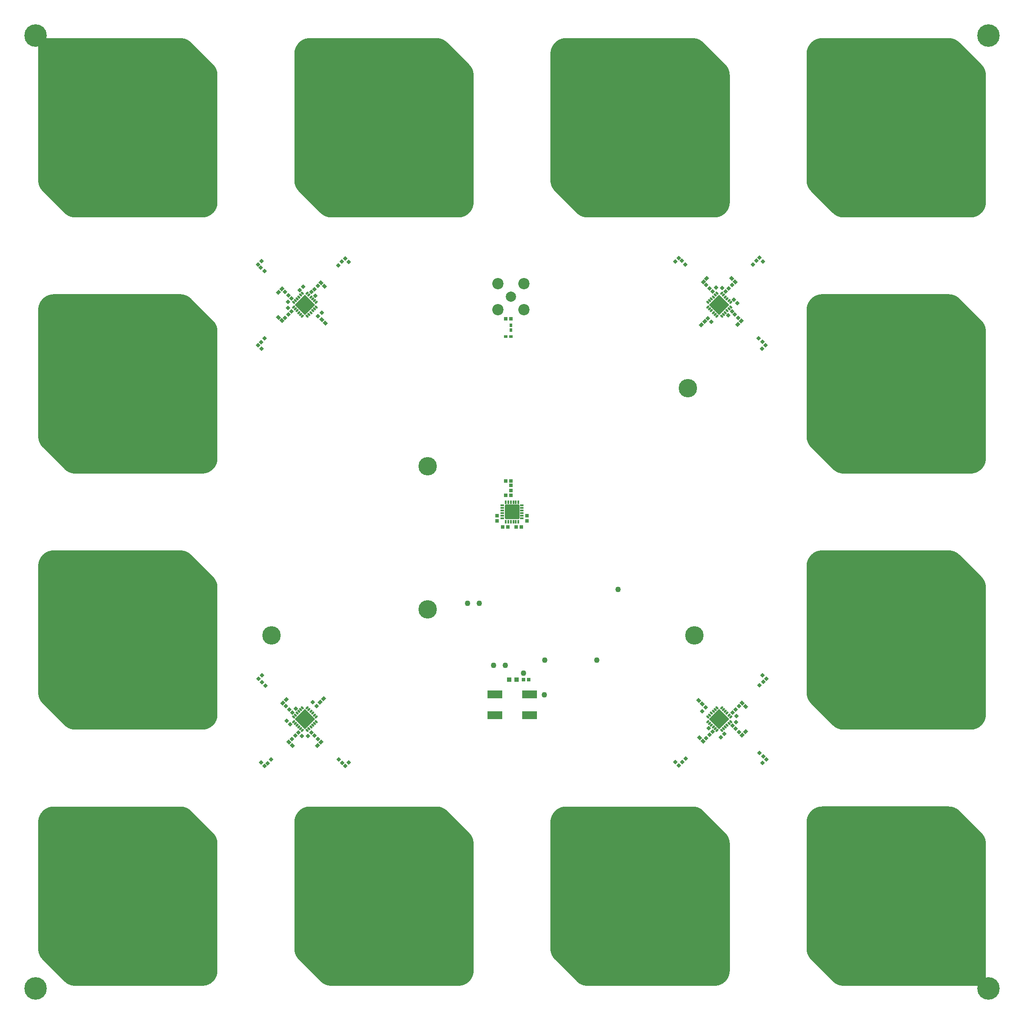
<source format=gts>
G04*
G04 #@! TF.GenerationSoftware,Altium Limited,Altium Designer,20.0.13 (296)*
G04*
G04 Layer_Color=8388736*
%FSLAX24Y24*%
%MOIN*%
G70*
G01*
G75*
%ADD32R,0.1205X0.1256*%
%ADD33C,0.0433*%
%ADD34R,0.0276X0.0256*%
G04:AMPARAMS|DCode=35|XSize=25.6mil|YSize=27.6mil|CornerRadius=0mil|HoleSize=0mil|Usage=FLASHONLY|Rotation=315.000|XOffset=0mil|YOffset=0mil|HoleType=Round|Shape=Rectangle|*
%AMROTATEDRECTD35*
4,1,4,-0.0188,-0.0007,0.0007,0.0188,0.0188,0.0007,-0.0007,-0.0188,-0.0188,-0.0007,0.0*
%
%ADD35ROTATEDRECTD35*%

%ADD36R,0.0256X0.0276*%
G04:AMPARAMS|DCode=37|XSize=25.6mil|YSize=27.6mil|CornerRadius=0mil|HoleSize=0mil|Usage=FLASHONLY|Rotation=45.000|XOffset=0mil|YOffset=0mil|HoleType=Round|Shape=Rectangle|*
%AMROTATEDRECTD37*
4,1,4,0.0007,-0.0188,-0.0188,0.0007,-0.0007,0.0188,0.0188,-0.0007,0.0007,-0.0188,0.0*
%
%ADD37ROTATEDRECTD37*%

%ADD38R,0.0295X0.0236*%
G04:AMPARAMS|DCode=39|XSize=23.6mil|YSize=29.5mil|CornerRadius=0mil|HoleSize=0mil|Usage=FLASHONLY|Rotation=315.000|XOffset=0mil|YOffset=0mil|HoleType=Round|Shape=Rectangle|*
%AMROTATEDRECTD39*
4,1,4,-0.0188,-0.0021,0.0021,0.0188,0.0188,0.0021,-0.0021,-0.0188,-0.0188,-0.0021,0.0*
%
%ADD39ROTATEDRECTD39*%

G04:AMPARAMS|DCode=40|XSize=23.6mil|YSize=27.6mil|CornerRadius=0mil|HoleSize=0mil|Usage=FLASHONLY|Rotation=135.000|XOffset=0mil|YOffset=0mil|HoleType=Round|Shape=Rectangle|*
%AMROTATEDRECTD40*
4,1,4,0.0181,0.0014,-0.0014,-0.0181,-0.0181,-0.0014,0.0014,0.0181,0.0181,0.0014,0.0*
%
%ADD40ROTATEDRECTD40*%

G04:AMPARAMS|DCode=41|XSize=23.6mil|YSize=29.5mil|CornerRadius=0mil|HoleSize=0mil|Usage=FLASHONLY|Rotation=45.000|XOffset=0mil|YOffset=0mil|HoleType=Round|Shape=Rectangle|*
%AMROTATEDRECTD41*
4,1,4,0.0021,-0.0188,-0.0188,0.0021,-0.0021,0.0188,0.0188,-0.0021,0.0021,-0.0188,0.0*
%
%ADD41ROTATEDRECTD41*%

G04:AMPARAMS|DCode=42|XSize=23.6mil|YSize=27.6mil|CornerRadius=0mil|HoleSize=0mil|Usage=FLASHONLY|Rotation=45.000|XOffset=0mil|YOffset=0mil|HoleType=Round|Shape=Rectangle|*
%AMROTATEDRECTD42*
4,1,4,0.0014,-0.0181,-0.0181,0.0014,-0.0014,0.0181,0.0181,-0.0014,0.0014,-0.0181,0.0*
%
%ADD42ROTATEDRECTD42*%

%ADD43R,0.1122X0.0591*%
G04:AMPARAMS|DCode=44|XSize=112.2mil|YSize=112.2mil|CornerRadius=7.4mil|HoleSize=0mil|Usage=FLASHONLY|Rotation=225.000|XOffset=0mil|YOffset=0mil|HoleType=Round|Shape=RoundedRectangle|*
%AMROUNDEDRECTD44*
21,1,0.1122,0.0974,0,0,225.0*
21,1,0.0974,0.1122,0,0,225.0*
1,1,0.0148,-0.0689,0.0000*
1,1,0.0148,0.0000,0.0689*
1,1,0.0148,0.0689,0.0000*
1,1,0.0148,0.0000,-0.0689*
%
%ADD44ROUNDEDRECTD44*%
G04:AMPARAMS|DCode=45|XSize=15.7mil|YSize=27.6mil|CornerRadius=4.9mil|HoleSize=0mil|Usage=FLASHONLY|Rotation=225.000|XOffset=0mil|YOffset=0mil|HoleType=Round|Shape=RoundedRectangle|*
%AMROUNDEDRECTD45*
21,1,0.0157,0.0177,0,0,225.0*
21,1,0.0059,0.0276,0,0,225.0*
1,1,0.0098,-0.0084,0.0042*
1,1,0.0098,-0.0042,0.0084*
1,1,0.0098,0.0084,-0.0042*
1,1,0.0098,0.0042,-0.0084*
%
%ADD45ROUNDEDRECTD45*%
G04:AMPARAMS|DCode=46|XSize=27.6mil|YSize=15.7mil|CornerRadius=4.9mil|HoleSize=0mil|Usage=FLASHONLY|Rotation=225.000|XOffset=0mil|YOffset=0mil|HoleType=Round|Shape=RoundedRectangle|*
%AMROUNDEDRECTD46*
21,1,0.0276,0.0059,0,0,225.0*
21,1,0.0177,0.0157,0,0,225.0*
1,1,0.0098,-0.0084,-0.0042*
1,1,0.0098,0.0042,0.0084*
1,1,0.0098,0.0084,0.0042*
1,1,0.0098,-0.0042,-0.0084*
%
%ADD46ROUNDEDRECTD46*%
%ADD47R,0.0339X0.0359*%
G04:AMPARAMS|DCode=48|XSize=112.2mil|YSize=112.2mil|CornerRadius=7.4mil|HoleSize=0mil|Usage=FLASHONLY|Rotation=0.000|XOffset=0mil|YOffset=0mil|HoleType=Round|Shape=RoundedRectangle|*
%AMROUNDEDRECTD48*
21,1,0.1122,0.0974,0,0,0.0*
21,1,0.0974,0.1122,0,0,0.0*
1,1,0.0148,0.0487,-0.0487*
1,1,0.0148,-0.0487,-0.0487*
1,1,0.0148,-0.0487,0.0487*
1,1,0.0148,0.0487,0.0487*
%
%ADD48ROUNDEDRECTD48*%
G04:AMPARAMS|DCode=49|XSize=15.7mil|YSize=27.6mil|CornerRadius=4.9mil|HoleSize=0mil|Usage=FLASHONLY|Rotation=0.000|XOffset=0mil|YOffset=0mil|HoleType=Round|Shape=RoundedRectangle|*
%AMROUNDEDRECTD49*
21,1,0.0157,0.0177,0,0,0.0*
21,1,0.0059,0.0276,0,0,0.0*
1,1,0.0098,0.0030,-0.0089*
1,1,0.0098,-0.0030,-0.0089*
1,1,0.0098,-0.0030,0.0089*
1,1,0.0098,0.0030,0.0089*
%
%ADD49ROUNDEDRECTD49*%
G04:AMPARAMS|DCode=50|XSize=27.6mil|YSize=15.7mil|CornerRadius=4.9mil|HoleSize=0mil|Usage=FLASHONLY|Rotation=0.000|XOffset=0mil|YOffset=0mil|HoleType=Round|Shape=RoundedRectangle|*
%AMROUNDEDRECTD50*
21,1,0.0276,0.0059,0,0,0.0*
21,1,0.0177,0.0157,0,0,0.0*
1,1,0.0098,0.0089,-0.0030*
1,1,0.0098,-0.0089,-0.0030*
1,1,0.0098,-0.0089,0.0030*
1,1,0.0098,0.0089,0.0030*
%
%ADD50ROUNDEDRECTD50*%
G04:AMPARAMS|DCode=51|XSize=112.2mil|YSize=112.2mil|CornerRadius=7.4mil|HoleSize=0mil|Usage=FLASHONLY|Rotation=135.000|XOffset=0mil|YOffset=0mil|HoleType=Round|Shape=RoundedRectangle|*
%AMROUNDEDRECTD51*
21,1,0.1122,0.0974,0,0,135.0*
21,1,0.0974,0.1122,0,0,135.0*
1,1,0.0148,0.0000,0.0689*
1,1,0.0148,0.0689,0.0000*
1,1,0.0148,0.0000,-0.0689*
1,1,0.0148,-0.0689,0.0000*
%
%ADD51ROUNDEDRECTD51*%
G04:AMPARAMS|DCode=52|XSize=15.7mil|YSize=27.6mil|CornerRadius=4.9mil|HoleSize=0mil|Usage=FLASHONLY|Rotation=135.000|XOffset=0mil|YOffset=0mil|HoleType=Round|Shape=RoundedRectangle|*
%AMROUNDEDRECTD52*
21,1,0.0157,0.0177,0,0,135.0*
21,1,0.0059,0.0276,0,0,135.0*
1,1,0.0098,0.0042,0.0084*
1,1,0.0098,0.0084,0.0042*
1,1,0.0098,-0.0042,-0.0084*
1,1,0.0098,-0.0084,-0.0042*
%
%ADD52ROUNDEDRECTD52*%
G04:AMPARAMS|DCode=53|XSize=27.6mil|YSize=15.7mil|CornerRadius=4.9mil|HoleSize=0mil|Usage=FLASHONLY|Rotation=135.000|XOffset=0mil|YOffset=0mil|HoleType=Round|Shape=RoundedRectangle|*
%AMROUNDEDRECTD53*
21,1,0.0276,0.0059,0,0,135.0*
21,1,0.0177,0.0157,0,0,135.0*
1,1,0.0098,-0.0042,0.0084*
1,1,0.0098,0.0084,-0.0042*
1,1,0.0098,0.0042,-0.0084*
1,1,0.0098,-0.0084,0.0042*
%
%ADD53ROUNDEDRECTD53*%
%ADD54R,0.0236X0.0276*%
%ADD55C,0.0787*%
%ADD56C,0.0866*%
%ADD57C,0.1732*%
%ADD58C,0.1417*%
%ADD59C,0.0118*%
G36*
X13911Y36417D02*
X13941Y36416D01*
X13971Y36414D01*
X14000Y36411D01*
X14004Y36411D01*
X14030Y36408D01*
X14044Y36406D01*
X14060Y36404D01*
X14089Y36399D01*
X14119Y36393D01*
X14148Y36387D01*
X14177Y36380D01*
X14206Y36372D01*
X14234Y36363D01*
X14263Y36354D01*
X14291Y36344D01*
X14319Y36333D01*
X14330Y36328D01*
X14347Y36322D01*
X14374Y36310D01*
X14401Y36297D01*
X14428Y36283D01*
X14454Y36269D01*
X14480Y36254D01*
X14506Y36239D01*
X14531Y36222D01*
X14556Y36206D01*
X14580Y36188D01*
X14604Y36170D01*
X14614Y36162D01*
X14627Y36152D01*
X14650Y36132D01*
X14673Y36113D01*
X14674Y36111D01*
X14695Y36092D01*
X14705Y36082D01*
X14716Y36071D01*
X16386Y34401D01*
X16407Y34380D01*
X16428Y34358D01*
X16447Y34335D01*
X16451Y34332D01*
X16467Y34312D01*
X16475Y34302D01*
X16485Y34289D01*
X16496Y34275D01*
X16503Y34265D01*
X16516Y34248D01*
X16521Y34241D01*
X16526Y34233D01*
X16537Y34216D01*
X16544Y34206D01*
X16554Y34191D01*
X16569Y34165D01*
X16575Y34154D01*
X16584Y34139D01*
X16589Y34130D01*
X16598Y34113D01*
X16607Y34095D01*
X16612Y34086D01*
X16618Y34073D01*
X16624Y34059D01*
X16637Y34032D01*
X16648Y34004D01*
X16659Y33976D01*
X16662Y33966D01*
X16669Y33948D01*
X16675Y33929D01*
X16678Y33919D01*
X16681Y33911D01*
X16687Y33891D01*
X16693Y33870D01*
X16695Y33862D01*
X16702Y33833D01*
X16703Y33826D01*
X16708Y33804D01*
X16714Y33774D01*
X16719Y33745D01*
X16723Y33715D01*
X16726Y33685D01*
X16729Y33656D01*
X16731Y33626D01*
X16732Y33596D01*
X16732Y33566D01*
Y23819D01*
X16732Y23789D01*
X16731Y23759D01*
X16729Y23729D01*
X16726Y23699D01*
X16723Y23670D01*
X16719Y23640D01*
X16714Y23611D01*
X16708Y23581D01*
X16702Y23552D01*
X16695Y23523D01*
X16687Y23494D01*
X16678Y23465D01*
X16669Y23437D01*
X16659Y23409D01*
X16648Y23381D01*
X16637Y23353D01*
X16624Y23326D01*
X16612Y23299D01*
X16598Y23272D01*
X16584Y23246D01*
X16569Y23220D01*
X16554Y23194D01*
X16537Y23169D01*
X16521Y23144D01*
X16503Y23120D01*
X16485Y23096D01*
X16467Y23072D01*
X16447Y23049D01*
X16428Y23027D01*
X16407Y23005D01*
X16386Y22984D01*
X16365Y22963D01*
X16343Y22942D01*
X16321Y22923D01*
X16298Y22903D01*
X16274Y22885D01*
X16250Y22867D01*
X16226Y22849D01*
X16201Y22833D01*
X16176Y22816D01*
X16150Y22801D01*
X16124Y22786D01*
X16098Y22772D01*
X16071Y22758D01*
X16044Y22746D01*
X16017Y22733D01*
X15989Y22722D01*
X15961Y22711D01*
X15933Y22701D01*
X15905Y22692D01*
X15876Y22683D01*
X15847Y22675D01*
X15818Y22668D01*
X15789Y22662D01*
X15760Y22656D01*
X15730Y22651D01*
X15700Y22647D01*
X15671Y22644D01*
X15641Y22641D01*
X15611Y22639D01*
X15581Y22638D01*
X15551Y22638D01*
X5804D01*
X5774Y22638D01*
X5744Y22639D01*
X5714Y22641D01*
X5712Y22641D01*
X5685Y22644D01*
X5655Y22647D01*
X5625Y22651D01*
X5596Y22656D01*
X5566Y22662D01*
X5544Y22667D01*
X5537Y22668D01*
X5508Y22675D01*
X5500Y22678D01*
X5479Y22683D01*
X5459Y22689D01*
X5451Y22692D01*
X5441Y22695D01*
X5422Y22701D01*
X5404Y22708D01*
X5394Y22711D01*
X5366Y22722D01*
X5338Y22733D01*
X5311Y22746D01*
X5297Y22752D01*
X5284Y22758D01*
X5275Y22763D01*
X5257Y22772D01*
X5240Y22781D01*
X5231Y22786D01*
X5216Y22795D01*
X5205Y22801D01*
X5179Y22816D01*
X5164Y22826D01*
X5154Y22833D01*
X5129Y22849D01*
X5105Y22867D01*
X5095Y22875D01*
X5081Y22885D01*
X5068Y22895D01*
X5058Y22903D01*
X5035Y22923D01*
X5012Y22942D01*
X4990Y22963D01*
X4969Y22984D01*
X3299Y24654D01*
X3278Y24675D01*
X3257Y24697D01*
X3238Y24720D01*
X3218Y24743D01*
X3200Y24766D01*
X3182Y24790D01*
X3164Y24814D01*
X3148Y24839D01*
X3138Y24855D01*
X3131Y24864D01*
X3116Y24890D01*
X3101Y24916D01*
X3092Y24933D01*
X3087Y24942D01*
X3080Y24956D01*
X3073Y24969D01*
X3067Y24983D01*
X3061Y24996D01*
X3055Y25008D01*
X3048Y25023D01*
X3042Y25040D01*
X3037Y25051D01*
X3026Y25079D01*
X3016Y25107D01*
X3013Y25117D01*
X3007Y25136D01*
X3001Y25156D01*
X2998Y25164D01*
X2990Y25193D01*
X2983Y25222D01*
X2978Y25245D01*
X2977Y25251D01*
X2971Y25281D01*
X2966Y25310D01*
X2966Y25315D01*
X2962Y25340D01*
X2959Y25366D01*
X2959Y25370D01*
X2956Y25400D01*
X2954Y25429D01*
X2953Y25459D01*
X2953Y25489D01*
Y35236D01*
X2953Y35266D01*
X2954Y35296D01*
X2956Y35326D01*
X2959Y35356D01*
X2962Y35385D01*
X2966Y35415D01*
X2971Y35445D01*
X2977Y35474D01*
X2983Y35503D01*
X2990Y35532D01*
X2998Y35561D01*
X3007Y35590D01*
X3016Y35618D01*
X3026Y35646D01*
X3037Y35674D01*
X3048Y35702D01*
X3061Y35729D01*
X3073Y35756D01*
X3087Y35783D01*
X3101Y35809D01*
X3116Y35835D01*
X3131Y35861D01*
X3148Y35886D01*
X3164Y35911D01*
X3182Y35935D01*
X3200Y35959D01*
X3218Y35983D01*
X3238Y36006D01*
X3257Y36028D01*
X3278Y36050D01*
X3299Y36071D01*
X3320Y36092D01*
X3342Y36113D01*
X3364Y36132D01*
X3387Y36152D01*
X3411Y36170D01*
X3435Y36188D01*
X3459Y36206D01*
X3484Y36222D01*
X3509Y36239D01*
X3535Y36254D01*
X3561Y36269D01*
X3587Y36283D01*
X3614Y36297D01*
X3641Y36310D01*
X3668Y36322D01*
X3696Y36333D01*
X3724Y36344D01*
X3752Y36354D01*
X3780Y36363D01*
X3809Y36372D01*
X3838Y36380D01*
X3867Y36387D01*
X3896Y36393D01*
X3925Y36399D01*
X3955Y36404D01*
X3985Y36408D01*
X4014Y36411D01*
X4044Y36414D01*
X4074Y36416D01*
X4104Y36417D01*
X4134Y36417D01*
X13881D01*
X13911Y36417D01*
D02*
G37*
G36*
X13911Y16732D02*
X13941Y16731D01*
X13971Y16729D01*
X13973Y16729D01*
X14000Y16726D01*
X14030Y16723D01*
X14060Y16719D01*
X14089Y16714D01*
X14119Y16708D01*
X14141Y16703D01*
X14148Y16702D01*
X14177Y16695D01*
X14185Y16693D01*
X14206Y16687D01*
X14226Y16681D01*
X14234Y16678D01*
X14244Y16675D01*
X14263Y16669D01*
X14281Y16662D01*
X14291Y16659D01*
X14319Y16648D01*
X14347Y16637D01*
X14374Y16624D01*
X14388Y16618D01*
X14401Y16612D01*
X14410Y16607D01*
X14428Y16598D01*
X14445Y16589D01*
X14454Y16584D01*
X14469Y16575D01*
X14480Y16569D01*
X14506Y16554D01*
X14521Y16544D01*
X14531Y16537D01*
X14556Y16521D01*
X14580Y16503D01*
X14590Y16496D01*
X14604Y16485D01*
X14617Y16475D01*
X14627Y16467D01*
X14650Y16447D01*
X14673Y16428D01*
X14695Y16407D01*
X14716Y16386D01*
X16386Y14716D01*
X16407Y14695D01*
X16428Y14673D01*
X16447Y14650D01*
X16467Y14627D01*
X16485Y14604D01*
X16503Y14580D01*
X16521Y14556D01*
X16537Y14531D01*
X16547Y14516D01*
X16554Y14506D01*
X16569Y14480D01*
X16584Y14454D01*
X16593Y14437D01*
X16598Y14428D01*
X16605Y14414D01*
X16612Y14401D01*
X16618Y14387D01*
X16624Y14374D01*
X16630Y14362D01*
X16637Y14347D01*
X16643Y14330D01*
X16648Y14319D01*
X16659Y14291D01*
X16669Y14263D01*
X16672Y14254D01*
X16678Y14234D01*
X16684Y14214D01*
X16687Y14206D01*
X16695Y14177D01*
X16702Y14148D01*
X16707Y14125D01*
X16708Y14119D01*
X16714Y14089D01*
X16719Y14060D01*
X16719Y14056D01*
X16723Y14030D01*
X16726Y14004D01*
X16726Y14000D01*
X16729Y13971D01*
X16731Y13941D01*
X16732Y13911D01*
X16732Y13881D01*
Y4134D01*
X16732Y4104D01*
X16731Y4074D01*
X16729Y4044D01*
X16726Y4014D01*
X16723Y3985D01*
X16719Y3955D01*
X16714Y3925D01*
X16708Y3896D01*
X16702Y3867D01*
X16695Y3838D01*
X16687Y3809D01*
X16678Y3780D01*
X16669Y3752D01*
X16659Y3724D01*
X16648Y3696D01*
X16637Y3668D01*
X16624Y3641D01*
X16612Y3614D01*
X16598Y3587D01*
X16584Y3561D01*
X16569Y3535D01*
X16554Y3509D01*
X16537Y3484D01*
X16521Y3459D01*
X16503Y3435D01*
X16485Y3411D01*
X16467Y3387D01*
X16447Y3364D01*
X16428Y3342D01*
X16407Y3320D01*
X16386Y3299D01*
X16365Y3278D01*
X16343Y3257D01*
X16321Y3238D01*
X16298Y3218D01*
X16274Y3200D01*
X16250Y3182D01*
X16226Y3164D01*
X16201Y3148D01*
X16176Y3131D01*
X16150Y3116D01*
X16124Y3101D01*
X16098Y3087D01*
X16071Y3073D01*
X16044Y3061D01*
X16017Y3048D01*
X15989Y3037D01*
X15961Y3026D01*
X15933Y3016D01*
X15905Y3007D01*
X15876Y2998D01*
X15847Y2990D01*
X15818Y2983D01*
X15789Y2977D01*
X15760Y2971D01*
X15730Y2966D01*
X15700Y2962D01*
X15671Y2959D01*
X15641Y2956D01*
X15611Y2954D01*
X15581Y2953D01*
X15551Y2953D01*
X5804D01*
X5774Y2953D01*
X5744Y2954D01*
X5714Y2956D01*
X5685Y2959D01*
X5681Y2959D01*
X5655Y2962D01*
X5641Y2964D01*
X5625Y2966D01*
X5596Y2971D01*
X5566Y2977D01*
X5537Y2983D01*
X5508Y2990D01*
X5479Y2998D01*
X5451Y3007D01*
X5422Y3016D01*
X5394Y3026D01*
X5366Y3037D01*
X5355Y3042D01*
X5338Y3048D01*
X5311Y3061D01*
X5284Y3073D01*
X5257Y3087D01*
X5231Y3101D01*
X5205Y3116D01*
X5179Y3131D01*
X5154Y3148D01*
X5129Y3164D01*
X5105Y3182D01*
X5081Y3200D01*
X5071Y3208D01*
X5058Y3218D01*
X5035Y3238D01*
X5012Y3257D01*
X5011Y3259D01*
X4990Y3278D01*
X4980Y3288D01*
X4969Y3299D01*
X3299Y4969D01*
X3278Y4990D01*
X3257Y5012D01*
X3238Y5035D01*
X3234Y5039D01*
X3218Y5058D01*
X3210Y5068D01*
X3200Y5081D01*
X3190Y5095D01*
X3182Y5105D01*
X3169Y5122D01*
X3164Y5129D01*
X3159Y5137D01*
X3148Y5154D01*
X3141Y5164D01*
X3131Y5179D01*
X3116Y5205D01*
X3110Y5216D01*
X3101Y5231D01*
X3096Y5240D01*
X3087Y5257D01*
X3078Y5275D01*
X3073Y5284D01*
X3067Y5297D01*
X3061Y5311D01*
X3048Y5338D01*
X3037Y5366D01*
X3026Y5394D01*
X3023Y5404D01*
X3016Y5422D01*
X3010Y5441D01*
X3007Y5451D01*
X3004Y5459D01*
X2998Y5479D01*
X2993Y5500D01*
X2990Y5508D01*
X2983Y5537D01*
X2982Y5544D01*
X2977Y5566D01*
X2971Y5596D01*
X2966Y5625D01*
X2962Y5655D01*
X2959Y5685D01*
X2956Y5714D01*
X2954Y5744D01*
X2953Y5774D01*
X2953Y5804D01*
Y15551D01*
X2953Y15581D01*
X2954Y15611D01*
X2956Y15641D01*
X2959Y15671D01*
X2962Y15700D01*
X2966Y15730D01*
X2971Y15760D01*
X2977Y15789D01*
X2983Y15818D01*
X2990Y15847D01*
X2998Y15876D01*
X3007Y15905D01*
X3016Y15933D01*
X3026Y15961D01*
X3037Y15989D01*
X3048Y16017D01*
X3061Y16044D01*
X3073Y16071D01*
X3087Y16098D01*
X3101Y16124D01*
X3116Y16150D01*
X3131Y16176D01*
X3148Y16201D01*
X3164Y16226D01*
X3182Y16250D01*
X3200Y16274D01*
X3218Y16298D01*
X3238Y16321D01*
X3257Y16343D01*
X3278Y16365D01*
X3299Y16386D01*
X3320Y16407D01*
X3342Y16428D01*
X3364Y16447D01*
X3387Y16467D01*
X3411Y16485D01*
X3435Y16503D01*
X3459Y16521D01*
X3484Y16537D01*
X3509Y16554D01*
X3535Y16569D01*
X3561Y16584D01*
X3587Y16598D01*
X3614Y16612D01*
X3641Y16624D01*
X3668Y16637D01*
X3696Y16648D01*
X3724Y16659D01*
X3752Y16669D01*
X3780Y16678D01*
X3809Y16687D01*
X3838Y16695D01*
X3867Y16702D01*
X3896Y16708D01*
X3925Y16714D01*
X3955Y16719D01*
X3985Y16723D01*
X4014Y16726D01*
X4044Y16729D01*
X4074Y16731D01*
X4104Y16732D01*
X4134Y16732D01*
X13881D01*
X13911Y16732D01*
D02*
G37*
G36*
X33596D02*
X33626Y16731D01*
X33656Y16729D01*
X33658Y16729D01*
X33685Y16726D01*
X33715Y16723D01*
X33745Y16719D01*
X33774Y16714D01*
X33804Y16708D01*
X33826Y16703D01*
X33833Y16702D01*
X33862Y16695D01*
X33870Y16693D01*
X33891Y16687D01*
X33911Y16681D01*
X33919Y16678D01*
X33929Y16675D01*
X33948Y16669D01*
X33966Y16662D01*
X33976Y16659D01*
X34004Y16648D01*
X34032Y16637D01*
X34059Y16624D01*
X34073Y16618D01*
X34086Y16612D01*
X34095Y16607D01*
X34113Y16598D01*
X34130Y16589D01*
X34139Y16584D01*
X34154Y16575D01*
X34165Y16569D01*
X34191Y16554D01*
X34206Y16544D01*
X34216Y16537D01*
X34241Y16521D01*
X34265Y16503D01*
X34275Y16496D01*
X34289Y16485D01*
X34302Y16475D01*
X34312Y16467D01*
X34335Y16447D01*
X34358Y16428D01*
X34380Y16407D01*
X34401Y16386D01*
X36071Y14716D01*
X36092Y14695D01*
X36113Y14673D01*
X36132Y14650D01*
X36152Y14627D01*
X36170Y14604D01*
X36188Y14580D01*
X36206Y14556D01*
X36222Y14531D01*
X36232Y14516D01*
X36239Y14506D01*
X36254Y14480D01*
X36269Y14454D01*
X36278Y14437D01*
X36283Y14428D01*
X36290Y14414D01*
X36297Y14401D01*
X36303Y14387D01*
X36310Y14374D01*
X36315Y14362D01*
X36322Y14347D01*
X36328Y14330D01*
X36333Y14319D01*
X36344Y14291D01*
X36354Y14263D01*
X36357Y14254D01*
X36363Y14234D01*
X36369Y14214D01*
X36372Y14206D01*
X36380Y14177D01*
X36387Y14148D01*
X36392Y14125D01*
X36393Y14119D01*
X36399Y14089D01*
X36404Y14060D01*
X36404Y14056D01*
X36408Y14030D01*
X36411Y14004D01*
X36411Y14000D01*
X36414Y13971D01*
X36416Y13941D01*
X36417Y13911D01*
X36417Y13881D01*
Y4134D01*
X36417Y4104D01*
X36416Y4074D01*
X36414Y4044D01*
X36411Y4014D01*
X36408Y3985D01*
X36404Y3955D01*
X36399Y3925D01*
X36393Y3896D01*
X36387Y3867D01*
X36380Y3838D01*
X36372Y3809D01*
X36363Y3780D01*
X36354Y3752D01*
X36344Y3724D01*
X36333Y3696D01*
X36322Y3668D01*
X36310Y3641D01*
X36297Y3614D01*
X36283Y3587D01*
X36269Y3561D01*
X36254Y3535D01*
X36239Y3509D01*
X36222Y3484D01*
X36206Y3459D01*
X36188Y3435D01*
X36170Y3411D01*
X36152Y3387D01*
X36132Y3364D01*
X36113Y3342D01*
X36092Y3320D01*
X36071Y3299D01*
X36050Y3278D01*
X36028Y3257D01*
X36006Y3238D01*
X35983Y3218D01*
X35959Y3200D01*
X35935Y3182D01*
X35911Y3164D01*
X35886Y3148D01*
X35861Y3131D01*
X35835Y3116D01*
X35809Y3101D01*
X35783Y3087D01*
X35756Y3073D01*
X35729Y3061D01*
X35702Y3048D01*
X35674Y3037D01*
X35646Y3026D01*
X35618Y3016D01*
X35590Y3007D01*
X35561Y2998D01*
X35532Y2990D01*
X35503Y2983D01*
X35474Y2977D01*
X35445Y2971D01*
X35415Y2966D01*
X35385Y2962D01*
X35356Y2959D01*
X35326Y2956D01*
X35296Y2954D01*
X35266Y2953D01*
X35236Y2953D01*
X25489D01*
X25459Y2953D01*
X25429Y2954D01*
X25400Y2956D01*
X25370Y2959D01*
X25366Y2959D01*
X25340Y2962D01*
X25326Y2964D01*
X25310Y2966D01*
X25281Y2971D01*
X25251Y2977D01*
X25222Y2983D01*
X25193Y2990D01*
X25164Y2998D01*
X25136Y3007D01*
X25107Y3016D01*
X25079Y3026D01*
X25051Y3037D01*
X25040Y3042D01*
X25023Y3048D01*
X24996Y3061D01*
X24969Y3073D01*
X24942Y3087D01*
X24916Y3101D01*
X24890Y3116D01*
X24864Y3131D01*
X24839Y3148D01*
X24814Y3164D01*
X24790Y3182D01*
X24766Y3200D01*
X24756Y3208D01*
X24743Y3218D01*
X24720Y3238D01*
X24697Y3257D01*
X24696Y3259D01*
X24675Y3278D01*
X24665Y3288D01*
X24654Y3299D01*
X22984Y4969D01*
X22963Y4990D01*
X22942Y5012D01*
X22923Y5035D01*
X22920Y5039D01*
X22903Y5058D01*
X22895Y5068D01*
X22885Y5081D01*
X22875Y5095D01*
X22867Y5105D01*
X22854Y5122D01*
X22849Y5129D01*
X22844Y5137D01*
X22833Y5154D01*
X22826Y5164D01*
X22816Y5179D01*
X22801Y5205D01*
X22795Y5216D01*
X22786Y5231D01*
X22781Y5240D01*
X22772Y5257D01*
X22763Y5275D01*
X22758Y5284D01*
X22752Y5297D01*
X22746Y5311D01*
X22733Y5338D01*
X22722Y5366D01*
X22711Y5394D01*
X22708Y5404D01*
X22701Y5422D01*
X22695Y5441D01*
X22692Y5451D01*
X22689Y5459D01*
X22683Y5479D01*
X22678Y5500D01*
X22675Y5508D01*
X22668Y5537D01*
X22667Y5544D01*
X22662Y5566D01*
X22656Y5596D01*
X22651Y5625D01*
X22647Y5655D01*
X22644Y5685D01*
X22641Y5714D01*
X22639Y5744D01*
X22638Y5774D01*
X22638Y5804D01*
Y15551D01*
X22638Y15581D01*
X22639Y15611D01*
X22641Y15641D01*
X22644Y15671D01*
X22647Y15700D01*
X22651Y15730D01*
X22656Y15760D01*
X22662Y15789D01*
X22668Y15818D01*
X22675Y15847D01*
X22683Y15876D01*
X22692Y15905D01*
X22701Y15933D01*
X22711Y15961D01*
X22722Y15989D01*
X22733Y16017D01*
X22746Y16044D01*
X22758Y16071D01*
X22772Y16098D01*
X22786Y16124D01*
X22801Y16150D01*
X22816Y16176D01*
X22833Y16201D01*
X22849Y16226D01*
X22867Y16250D01*
X22885Y16274D01*
X22903Y16298D01*
X22923Y16321D01*
X22942Y16343D01*
X22963Y16365D01*
X22984Y16386D01*
X23005Y16407D01*
X23027Y16428D01*
X23049Y16447D01*
X23072Y16467D01*
X23096Y16485D01*
X23120Y16503D01*
X23144Y16521D01*
X23169Y16537D01*
X23194Y16554D01*
X23220Y16569D01*
X23246Y16584D01*
X23272Y16598D01*
X23299Y16612D01*
X23326Y16624D01*
X23353Y16637D01*
X23381Y16648D01*
X23409Y16659D01*
X23437Y16669D01*
X23465Y16678D01*
X23494Y16687D01*
X23523Y16695D01*
X23552Y16702D01*
X23581Y16708D01*
X23611Y16714D01*
X23640Y16719D01*
X23670Y16723D01*
X23699Y16726D01*
X23729Y16729D01*
X23759Y16731D01*
X23789Y16732D01*
X23819Y16732D01*
X33566D01*
X33596Y16732D01*
D02*
G37*
G36*
X13911Y56102D02*
X13941Y56101D01*
X13971Y56099D01*
X14000Y56096D01*
X14004Y56096D01*
X14030Y56093D01*
X14044Y56091D01*
X14060Y56089D01*
X14089Y56084D01*
X14119Y56078D01*
X14148Y56072D01*
X14177Y56065D01*
X14206Y56057D01*
X14234Y56048D01*
X14263Y56039D01*
X14291Y56029D01*
X14319Y56018D01*
X14330Y56013D01*
X14347Y56007D01*
X14374Y55995D01*
X14401Y55982D01*
X14428Y55968D01*
X14454Y55954D01*
X14480Y55939D01*
X14506Y55924D01*
X14531Y55908D01*
X14556Y55891D01*
X14580Y55873D01*
X14604Y55855D01*
X14614Y55847D01*
X14627Y55837D01*
X14650Y55817D01*
X14673Y55798D01*
X14674Y55796D01*
X14695Y55777D01*
X14705Y55767D01*
X14716Y55756D01*
X16386Y54086D01*
X16407Y54065D01*
X16428Y54043D01*
X16447Y54020D01*
X16451Y54017D01*
X16467Y53997D01*
X16475Y53987D01*
X16485Y53974D01*
X16496Y53960D01*
X16503Y53950D01*
X16516Y53933D01*
X16521Y53926D01*
X16526Y53918D01*
X16537Y53901D01*
X16544Y53891D01*
X16554Y53876D01*
X16569Y53850D01*
X16575Y53839D01*
X16584Y53824D01*
X16589Y53815D01*
X16598Y53798D01*
X16607Y53780D01*
X16612Y53771D01*
X16618Y53758D01*
X16624Y53744D01*
X16637Y53717D01*
X16648Y53689D01*
X16659Y53661D01*
X16662Y53651D01*
X16669Y53633D01*
X16675Y53614D01*
X16678Y53605D01*
X16681Y53596D01*
X16687Y53576D01*
X16693Y53555D01*
X16695Y53547D01*
X16702Y53518D01*
X16703Y53512D01*
X16708Y53489D01*
X16714Y53459D01*
X16719Y53430D01*
X16723Y53400D01*
X16726Y53370D01*
X16729Y53341D01*
X16731Y53311D01*
X16732Y53281D01*
X16732Y53251D01*
Y43504D01*
X16732Y43474D01*
X16731Y43444D01*
X16729Y43414D01*
X16726Y43384D01*
X16723Y43355D01*
X16719Y43325D01*
X16714Y43296D01*
X16708Y43266D01*
X16702Y43237D01*
X16695Y43208D01*
X16687Y43179D01*
X16678Y43150D01*
X16669Y43122D01*
X16659Y43094D01*
X16648Y43066D01*
X16637Y43038D01*
X16624Y43011D01*
X16612Y42984D01*
X16598Y42957D01*
X16584Y42931D01*
X16569Y42905D01*
X16554Y42879D01*
X16537Y42854D01*
X16521Y42829D01*
X16503Y42805D01*
X16485Y42781D01*
X16467Y42757D01*
X16447Y42735D01*
X16428Y42712D01*
X16407Y42690D01*
X16386Y42669D01*
X16365Y42648D01*
X16343Y42627D01*
X16321Y42608D01*
X16298Y42588D01*
X16274Y42570D01*
X16250Y42552D01*
X16226Y42534D01*
X16201Y42518D01*
X16176Y42502D01*
X16150Y42486D01*
X16124Y42471D01*
X16098Y42457D01*
X16071Y42443D01*
X16044Y42431D01*
X16017Y42418D01*
X15989Y42407D01*
X15961Y42396D01*
X15933Y42386D01*
X15905Y42377D01*
X15876Y42368D01*
X15847Y42360D01*
X15818Y42353D01*
X15789Y42347D01*
X15760Y42341D01*
X15730Y42336D01*
X15700Y42332D01*
X15671Y42329D01*
X15641Y42326D01*
X15611Y42324D01*
X15581Y42323D01*
X15551Y42323D01*
X5804D01*
X5774Y42323D01*
X5744Y42324D01*
X5714Y42326D01*
X5712Y42326D01*
X5685Y42329D01*
X5655Y42332D01*
X5625Y42336D01*
X5596Y42341D01*
X5566Y42347D01*
X5544Y42352D01*
X5537Y42353D01*
X5508Y42360D01*
X5500Y42363D01*
X5479Y42368D01*
X5459Y42374D01*
X5451Y42377D01*
X5441Y42380D01*
X5422Y42386D01*
X5404Y42393D01*
X5394Y42396D01*
X5366Y42407D01*
X5338Y42418D01*
X5311Y42431D01*
X5297Y42437D01*
X5284Y42443D01*
X5275Y42448D01*
X5257Y42457D01*
X5240Y42466D01*
X5231Y42471D01*
X5216Y42480D01*
X5205Y42486D01*
X5179Y42502D01*
X5164Y42511D01*
X5154Y42518D01*
X5129Y42534D01*
X5105Y42552D01*
X5095Y42560D01*
X5081Y42570D01*
X5068Y42580D01*
X5058Y42588D01*
X5035Y42608D01*
X5012Y42627D01*
X4990Y42648D01*
X4969Y42669D01*
X3299Y44339D01*
X3278Y44360D01*
X3257Y44382D01*
X3238Y44405D01*
X3218Y44428D01*
X3200Y44451D01*
X3182Y44475D01*
X3164Y44499D01*
X3148Y44524D01*
X3138Y44540D01*
X3131Y44549D01*
X3116Y44575D01*
X3101Y44601D01*
X3092Y44618D01*
X3087Y44627D01*
X3080Y44641D01*
X3073Y44654D01*
X3067Y44668D01*
X3061Y44681D01*
X3055Y44693D01*
X3048Y44708D01*
X3042Y44725D01*
X3037Y44736D01*
X3026Y44764D01*
X3016Y44792D01*
X3013Y44802D01*
X3007Y44821D01*
X3001Y44841D01*
X2998Y44849D01*
X2990Y44878D01*
X2983Y44907D01*
X2978Y44930D01*
X2977Y44936D01*
X2971Y44966D01*
X2966Y44995D01*
X2966Y45000D01*
X2962Y45025D01*
X2959Y45051D01*
X2959Y45055D01*
X2956Y45085D01*
X2954Y45114D01*
X2953Y45144D01*
X2953Y45174D01*
Y54921D01*
X2953Y54951D01*
X2954Y54981D01*
X2956Y55011D01*
X2959Y55041D01*
X2962Y55070D01*
X2966Y55100D01*
X2971Y55130D01*
X2977Y55159D01*
X2983Y55188D01*
X2990Y55217D01*
X2998Y55246D01*
X3007Y55275D01*
X3016Y55303D01*
X3026Y55332D01*
X3037Y55359D01*
X3048Y55387D01*
X3061Y55414D01*
X3073Y55441D01*
X3087Y55468D01*
X3101Y55494D01*
X3116Y55520D01*
X3131Y55546D01*
X3148Y55571D01*
X3164Y55596D01*
X3182Y55620D01*
X3200Y55644D01*
X3218Y55668D01*
X3238Y55691D01*
X3257Y55713D01*
X3278Y55735D01*
X3299Y55756D01*
X3320Y55777D01*
X3342Y55798D01*
X3364Y55817D01*
X3387Y55837D01*
X3411Y55855D01*
X3435Y55873D01*
X3459Y55891D01*
X3484Y55908D01*
X3509Y55924D01*
X3535Y55939D01*
X3561Y55954D01*
X3587Y55968D01*
X3614Y55982D01*
X3641Y55995D01*
X3668Y56007D01*
X3696Y56018D01*
X3724Y56029D01*
X3752Y56039D01*
X3780Y56048D01*
X3809Y56057D01*
X3838Y56065D01*
X3867Y56072D01*
X3896Y56078D01*
X3925Y56084D01*
X3955Y56089D01*
X3985Y56093D01*
X4014Y56096D01*
X4044Y56099D01*
X4074Y56101D01*
X4104Y56102D01*
X4134Y56102D01*
X13881D01*
X13911Y56102D01*
D02*
G37*
G36*
X13911Y75787D02*
X13941Y75786D01*
X13971Y75784D01*
X13973Y75784D01*
X14000Y75781D01*
X14030Y75778D01*
X14060Y75774D01*
X14089Y75769D01*
X14119Y75763D01*
X14141Y75758D01*
X14148Y75757D01*
X14177Y75750D01*
X14185Y75748D01*
X14206Y75742D01*
X14226Y75736D01*
X14234Y75733D01*
X14244Y75730D01*
X14263Y75724D01*
X14281Y75718D01*
X14291Y75714D01*
X14319Y75703D01*
X14347Y75692D01*
X14374Y75680D01*
X14388Y75673D01*
X14401Y75667D01*
X14410Y75662D01*
X14428Y75653D01*
X14445Y75644D01*
X14454Y75639D01*
X14469Y75631D01*
X14480Y75624D01*
X14506Y75609D01*
X14521Y75599D01*
X14531Y75593D01*
X14556Y75576D01*
X14580Y75558D01*
X14590Y75551D01*
X14604Y75540D01*
X14617Y75530D01*
X14627Y75522D01*
X14650Y75503D01*
X14673Y75483D01*
X14695Y75462D01*
X14716Y75442D01*
X16386Y73771D01*
X16407Y73750D01*
X16428Y73728D01*
X16447Y73705D01*
X16467Y73682D01*
X16485Y73659D01*
X16503Y73635D01*
X16521Y73611D01*
X16537Y73586D01*
X16547Y73571D01*
X16554Y73561D01*
X16569Y73535D01*
X16584Y73509D01*
X16593Y73492D01*
X16598Y73483D01*
X16605Y73469D01*
X16612Y73456D01*
X16618Y73442D01*
X16624Y73429D01*
X16630Y73417D01*
X16637Y73402D01*
X16643Y73386D01*
X16648Y73374D01*
X16659Y73346D01*
X16669Y73318D01*
X16672Y73309D01*
X16678Y73290D01*
X16684Y73270D01*
X16687Y73261D01*
X16695Y73232D01*
X16702Y73203D01*
X16707Y73180D01*
X16708Y73174D01*
X16714Y73144D01*
X16719Y73115D01*
X16719Y73111D01*
X16723Y73085D01*
X16726Y73059D01*
X16726Y73055D01*
X16729Y73026D01*
X16731Y72996D01*
X16732Y72966D01*
X16732Y72936D01*
Y63189D01*
X16732Y63159D01*
X16731Y63129D01*
X16729Y63099D01*
X16726Y63069D01*
X16723Y63040D01*
X16719Y63010D01*
X16714Y62981D01*
X16708Y62951D01*
X16702Y62922D01*
X16695Y62893D01*
X16687Y62864D01*
X16678Y62835D01*
X16669Y62807D01*
X16659Y62779D01*
X16648Y62751D01*
X16637Y62723D01*
X16624Y62696D01*
X16612Y62669D01*
X16598Y62642D01*
X16584Y62616D01*
X16569Y62590D01*
X16554Y62564D01*
X16537Y62539D01*
X16521Y62514D01*
X16503Y62490D01*
X16485Y62466D01*
X16467Y62443D01*
X16447Y62420D01*
X16428Y62397D01*
X16407Y62375D01*
X16386Y62354D01*
X16365Y62333D01*
X16343Y62313D01*
X16321Y62293D01*
X16298Y62274D01*
X16274Y62255D01*
X16250Y62237D01*
X16226Y62219D01*
X16201Y62203D01*
X16176Y62187D01*
X16150Y62171D01*
X16124Y62156D01*
X16098Y62142D01*
X16071Y62128D01*
X16044Y62116D01*
X16017Y62104D01*
X15989Y62092D01*
X15961Y62081D01*
X15933Y62071D01*
X15905Y62062D01*
X15876Y62053D01*
X15847Y62045D01*
X15818Y62038D01*
X15789Y62032D01*
X15760Y62026D01*
X15730Y62021D01*
X15700Y62017D01*
X15671Y62014D01*
X15641Y62011D01*
X15611Y62009D01*
X15581Y62008D01*
X15551Y62008D01*
X5804D01*
X5774Y62008D01*
X5744Y62009D01*
X5714Y62011D01*
X5685Y62014D01*
X5681Y62014D01*
X5655Y62017D01*
X5641Y62019D01*
X5625Y62021D01*
X5596Y62026D01*
X5566Y62032D01*
X5537Y62038D01*
X5508Y62045D01*
X5479Y62053D01*
X5451Y62062D01*
X5422Y62071D01*
X5394Y62081D01*
X5366Y62092D01*
X5355Y62097D01*
X5338Y62104D01*
X5311Y62116D01*
X5284Y62128D01*
X5257Y62142D01*
X5231Y62156D01*
X5205Y62171D01*
X5179Y62187D01*
X5154Y62203D01*
X5129Y62219D01*
X5105Y62237D01*
X5081Y62255D01*
X5071Y62263D01*
X5058Y62274D01*
X5035Y62293D01*
X5012Y62313D01*
X5011Y62314D01*
X4990Y62333D01*
X4980Y62343D01*
X4969Y62354D01*
X3299Y64024D01*
X3278Y64046D01*
X3257Y64067D01*
X3238Y64090D01*
X3234Y64094D01*
X3218Y64113D01*
X3210Y64123D01*
X3200Y64136D01*
X3190Y64150D01*
X3182Y64160D01*
X3169Y64178D01*
X3164Y64185D01*
X3159Y64193D01*
X3148Y64209D01*
X3141Y64219D01*
X3131Y64234D01*
X3116Y64260D01*
X3110Y64271D01*
X3101Y64286D01*
X3096Y64295D01*
X3087Y64312D01*
X3078Y64330D01*
X3073Y64339D01*
X3067Y64352D01*
X3061Y64366D01*
X3048Y64394D01*
X3037Y64421D01*
X3026Y64449D01*
X3023Y64459D01*
X3016Y64477D01*
X3010Y64496D01*
X3007Y64506D01*
X3004Y64514D01*
X2998Y64534D01*
X2993Y64555D01*
X2990Y64563D01*
X2983Y64592D01*
X2982Y64599D01*
X2977Y64622D01*
X2971Y64651D01*
X2966Y64680D01*
X2962Y64710D01*
X2959Y64740D01*
X2956Y64770D01*
X2954Y64799D01*
X2953Y64829D01*
X2953Y64859D01*
Y74606D01*
X2953Y74636D01*
X2954Y74666D01*
X2956Y74696D01*
X2959Y74726D01*
X2962Y74756D01*
X2966Y74785D01*
X2971Y74815D01*
X2977Y74844D01*
X2983Y74873D01*
X2990Y74902D01*
X2998Y74931D01*
X3007Y74960D01*
X3016Y74988D01*
X3026Y75017D01*
X3037Y75044D01*
X3048Y75072D01*
X3061Y75099D01*
X3073Y75126D01*
X3087Y75153D01*
X3101Y75180D01*
X3116Y75206D01*
X3131Y75231D01*
X3148Y75256D01*
X3164Y75281D01*
X3182Y75305D01*
X3200Y75329D01*
X3218Y75353D01*
X3238Y75376D01*
X3257Y75398D01*
X3278Y75420D01*
X3299Y75442D01*
X3320Y75462D01*
X3342Y75483D01*
X3364Y75503D01*
X3387Y75522D01*
X3411Y75540D01*
X3435Y75558D01*
X3459Y75576D01*
X3484Y75593D01*
X3509Y75609D01*
X3535Y75624D01*
X3561Y75639D01*
X3587Y75653D01*
X3614Y75667D01*
X3641Y75680D01*
X3668Y75692D01*
X3696Y75703D01*
X3724Y75714D01*
X3752Y75724D01*
X3780Y75733D01*
X3809Y75742D01*
X3838Y75750D01*
X3867Y75757D01*
X3896Y75763D01*
X3925Y75769D01*
X3955Y75774D01*
X3985Y75778D01*
X4014Y75781D01*
X4044Y75784D01*
X4074Y75786D01*
X4104Y75787D01*
X4134Y75788D01*
X13881D01*
X13911Y75787D01*
D02*
G37*
G36*
X33596Y75787D02*
X33626Y75786D01*
X33656Y75784D01*
X33658Y75784D01*
X33685Y75781D01*
X33715Y75778D01*
X33745Y75774D01*
X33774Y75769D01*
X33804Y75763D01*
X33826Y75758D01*
X33833Y75757D01*
X33862Y75750D01*
X33870Y75748D01*
X33891Y75742D01*
X33911Y75736D01*
X33919Y75733D01*
X33929Y75730D01*
X33948Y75724D01*
X33966Y75718D01*
X33976Y75714D01*
X34004Y75703D01*
X34032Y75692D01*
X34059Y75680D01*
X34073Y75673D01*
X34086Y75667D01*
X34095Y75662D01*
X34113Y75653D01*
X34130Y75644D01*
X34139Y75639D01*
X34154Y75631D01*
X34165Y75624D01*
X34191Y75609D01*
X34206Y75599D01*
X34216Y75593D01*
X34241Y75576D01*
X34265Y75558D01*
X34275Y75551D01*
X34289Y75540D01*
X34302Y75530D01*
X34312Y75522D01*
X34335Y75503D01*
X34358Y75483D01*
X34380Y75462D01*
X34401Y75442D01*
X36071Y73771D01*
X36092Y73750D01*
X36113Y73728D01*
X36132Y73705D01*
X36152Y73682D01*
X36170Y73659D01*
X36188Y73635D01*
X36206Y73611D01*
X36222Y73586D01*
X36232Y73571D01*
X36239Y73561D01*
X36254Y73535D01*
X36269Y73509D01*
X36278Y73492D01*
X36283Y73483D01*
X36290Y73469D01*
X36297Y73456D01*
X36303Y73442D01*
X36310Y73429D01*
X36315Y73417D01*
X36322Y73402D01*
X36328Y73386D01*
X36333Y73374D01*
X36344Y73346D01*
X36354Y73318D01*
X36357Y73309D01*
X36363Y73290D01*
X36369Y73270D01*
X36372Y73261D01*
X36380Y73232D01*
X36387Y73203D01*
X36392Y73180D01*
X36393Y73174D01*
X36399Y73144D01*
X36404Y73115D01*
X36404Y73111D01*
X36408Y73085D01*
X36411Y73059D01*
X36411Y73055D01*
X36414Y73026D01*
X36416Y72996D01*
X36417Y72966D01*
X36417Y72936D01*
Y63189D01*
X36417Y63159D01*
X36416Y63129D01*
X36414Y63099D01*
X36411Y63069D01*
X36408Y63040D01*
X36404Y63010D01*
X36399Y62981D01*
X36393Y62951D01*
X36387Y62922D01*
X36380Y62893D01*
X36372Y62864D01*
X36363Y62835D01*
X36354Y62807D01*
X36344Y62779D01*
X36333Y62751D01*
X36322Y62723D01*
X36310Y62696D01*
X36297Y62669D01*
X36283Y62642D01*
X36269Y62616D01*
X36254Y62590D01*
X36239Y62564D01*
X36222Y62539D01*
X36206Y62514D01*
X36188Y62490D01*
X36170Y62466D01*
X36152Y62443D01*
X36132Y62420D01*
X36113Y62397D01*
X36092Y62375D01*
X36071Y62354D01*
X36050Y62333D01*
X36028Y62313D01*
X36006Y62293D01*
X35983Y62274D01*
X35959Y62255D01*
X35935Y62237D01*
X35911Y62219D01*
X35886Y62203D01*
X35861Y62187D01*
X35835Y62171D01*
X35809Y62156D01*
X35783Y62142D01*
X35756Y62128D01*
X35729Y62116D01*
X35702Y62104D01*
X35674Y62092D01*
X35646Y62081D01*
X35618Y62071D01*
X35590Y62062D01*
X35561Y62053D01*
X35532Y62045D01*
X35503Y62038D01*
X35474Y62032D01*
X35445Y62026D01*
X35415Y62021D01*
X35385Y62017D01*
X35356Y62014D01*
X35326Y62011D01*
X35296Y62009D01*
X35266Y62008D01*
X35236Y62008D01*
X25489D01*
X25459Y62008D01*
X25429Y62009D01*
X25400Y62011D01*
X25370Y62014D01*
X25366Y62014D01*
X25340Y62017D01*
X25326Y62019D01*
X25310Y62021D01*
X25281Y62026D01*
X25251Y62032D01*
X25222Y62038D01*
X25193Y62045D01*
X25164Y62053D01*
X25136Y62062D01*
X25107Y62071D01*
X25079Y62081D01*
X25051Y62092D01*
X25040Y62097D01*
X25023Y62104D01*
X24996Y62116D01*
X24969Y62128D01*
X24942Y62142D01*
X24916Y62156D01*
X24890Y62171D01*
X24864Y62187D01*
X24839Y62203D01*
X24814Y62219D01*
X24790Y62237D01*
X24766Y62255D01*
X24756Y62263D01*
X24743Y62274D01*
X24720Y62293D01*
X24697Y62313D01*
X24696Y62314D01*
X24675Y62333D01*
X24665Y62343D01*
X24654Y62354D01*
X22984Y64024D01*
X22963Y64046D01*
X22942Y64067D01*
X22923Y64090D01*
X22920Y64094D01*
X22903Y64113D01*
X22895Y64123D01*
X22885Y64136D01*
X22875Y64150D01*
X22867Y64160D01*
X22854Y64178D01*
X22849Y64185D01*
X22844Y64193D01*
X22833Y64209D01*
X22826Y64219D01*
X22816Y64234D01*
X22801Y64260D01*
X22795Y64271D01*
X22786Y64286D01*
X22781Y64295D01*
X22772Y64312D01*
X22763Y64330D01*
X22758Y64339D01*
X22752Y64352D01*
X22746Y64366D01*
X22733Y64394D01*
X22722Y64421D01*
X22711Y64449D01*
X22708Y64459D01*
X22701Y64477D01*
X22695Y64496D01*
X22692Y64506D01*
X22689Y64514D01*
X22683Y64534D01*
X22678Y64555D01*
X22675Y64563D01*
X22668Y64592D01*
X22667Y64599D01*
X22662Y64622D01*
X22656Y64651D01*
X22651Y64680D01*
X22647Y64710D01*
X22644Y64740D01*
X22641Y64770D01*
X22639Y64799D01*
X22638Y64829D01*
X22638Y64859D01*
Y74606D01*
X22638Y74636D01*
X22639Y74666D01*
X22641Y74696D01*
X22644Y74726D01*
X22647Y74756D01*
X22651Y74785D01*
X22656Y74815D01*
X22662Y74844D01*
X22668Y74873D01*
X22675Y74902D01*
X22683Y74931D01*
X22692Y74960D01*
X22701Y74988D01*
X22711Y75017D01*
X22722Y75044D01*
X22733Y75072D01*
X22746Y75099D01*
X22758Y75126D01*
X22772Y75153D01*
X22786Y75180D01*
X22801Y75206D01*
X22816Y75231D01*
X22833Y75256D01*
X22849Y75281D01*
X22867Y75305D01*
X22885Y75329D01*
X22903Y75353D01*
X22923Y75376D01*
X22942Y75398D01*
X22963Y75420D01*
X22984Y75442D01*
X23005Y75462D01*
X23027Y75483D01*
X23049Y75503D01*
X23072Y75522D01*
X23096Y75540D01*
X23120Y75558D01*
X23144Y75576D01*
X23169Y75593D01*
X23194Y75609D01*
X23220Y75624D01*
X23246Y75639D01*
X23272Y75653D01*
X23299Y75667D01*
X23326Y75680D01*
X23353Y75692D01*
X23381Y75703D01*
X23409Y75714D01*
X23437Y75724D01*
X23465Y75733D01*
X23494Y75742D01*
X23523Y75750D01*
X23552Y75757D01*
X23581Y75763D01*
X23611Y75769D01*
X23640Y75774D01*
X23670Y75778D01*
X23699Y75781D01*
X23729Y75784D01*
X23759Y75786D01*
X23789Y75787D01*
X23819Y75788D01*
X33566D01*
X33596Y75787D01*
D02*
G37*
G36*
X53281Y16732D02*
X53311Y16731D01*
X53341Y16729D01*
X53343Y16729D01*
X53370Y16726D01*
X53400Y16723D01*
X53430Y16719D01*
X53459Y16714D01*
X53489Y16708D01*
X53512Y16703D01*
X53518Y16702D01*
X53547Y16695D01*
X53555Y16693D01*
X53576Y16687D01*
X53596Y16681D01*
X53605Y16678D01*
X53614Y16675D01*
X53633Y16669D01*
X53651Y16662D01*
X53661Y16659D01*
X53689Y16648D01*
X53717Y16637D01*
X53744Y16624D01*
X53758Y16618D01*
X53771Y16612D01*
X53780Y16607D01*
X53798Y16598D01*
X53815Y16589D01*
X53824Y16584D01*
X53839Y16575D01*
X53850Y16569D01*
X53876Y16554D01*
X53891Y16544D01*
X53901Y16537D01*
X53926Y16521D01*
X53950Y16503D01*
X53960Y16496D01*
X53974Y16485D01*
X53987Y16475D01*
X53997Y16467D01*
X54020Y16447D01*
X54043Y16428D01*
X54065Y16407D01*
X54086Y16386D01*
X55756Y14716D01*
X55777Y14695D01*
X55798Y14673D01*
X55818Y14650D01*
X55837Y14627D01*
X55855Y14604D01*
X55873Y14580D01*
X55891Y14556D01*
X55908Y14531D01*
X55917Y14516D01*
X55924Y14506D01*
X55939Y14480D01*
X55954Y14454D01*
X55963Y14437D01*
X55968Y14428D01*
X55975Y14414D01*
X55982Y14401D01*
X55988Y14387D01*
X55995Y14374D01*
X56000Y14362D01*
X56007Y14347D01*
X56013Y14330D01*
X56018Y14319D01*
X56029Y14291D01*
X56039Y14263D01*
X56042Y14254D01*
X56048Y14234D01*
X56054Y14214D01*
X56057Y14206D01*
X56065Y14177D01*
X56072Y14148D01*
X56077Y14125D01*
X56078Y14119D01*
X56084Y14089D01*
X56089Y14060D01*
X56089Y14056D01*
X56093Y14030D01*
X56096Y14004D01*
X56096Y14000D01*
X56099Y13971D01*
X56101Y13941D01*
X56102Y13911D01*
X56102Y13881D01*
Y4134D01*
X56102Y4104D01*
X56101Y4074D01*
X56099Y4044D01*
X56096Y4014D01*
X56093Y3985D01*
X56089Y3955D01*
X56084Y3925D01*
X56078Y3896D01*
X56072Y3867D01*
X56065Y3838D01*
X56057Y3809D01*
X56048Y3780D01*
X56039Y3752D01*
X56029Y3724D01*
X56018Y3696D01*
X56007Y3668D01*
X55995Y3641D01*
X55982Y3614D01*
X55968Y3587D01*
X55954Y3561D01*
X55939Y3535D01*
X55924Y3509D01*
X55908Y3484D01*
X55891Y3459D01*
X55873Y3435D01*
X55855Y3411D01*
X55837Y3387D01*
X55817Y3364D01*
X55798Y3342D01*
X55777Y3320D01*
X55756Y3299D01*
X55735Y3278D01*
X55713Y3257D01*
X55691Y3238D01*
X55668Y3218D01*
X55644Y3200D01*
X55620Y3182D01*
X55596Y3164D01*
X55571Y3148D01*
X55546Y3131D01*
X55520Y3116D01*
X55494Y3101D01*
X55468Y3087D01*
X55441Y3073D01*
X55414Y3061D01*
X55387Y3048D01*
X55359Y3037D01*
X55332Y3026D01*
X55303Y3016D01*
X55275Y3007D01*
X55246Y2998D01*
X55217Y2990D01*
X55188Y2983D01*
X55159Y2977D01*
X55130Y2971D01*
X55100Y2966D01*
X55070Y2962D01*
X55041Y2959D01*
X55011Y2956D01*
X54981Y2954D01*
X54951Y2953D01*
X54921Y2953D01*
X45174D01*
X45144Y2953D01*
X45114Y2954D01*
X45085Y2956D01*
X45055Y2959D01*
X45051Y2959D01*
X45025Y2962D01*
X45011Y2964D01*
X44995Y2966D01*
X44966Y2971D01*
X44936Y2977D01*
X44907Y2983D01*
X44878Y2990D01*
X44849Y2998D01*
X44821Y3007D01*
X44792Y3016D01*
X44764Y3026D01*
X44736Y3037D01*
X44725Y3042D01*
X44708Y3048D01*
X44681Y3061D01*
X44654Y3073D01*
X44627Y3087D01*
X44601Y3101D01*
X44575Y3116D01*
X44549Y3131D01*
X44524Y3148D01*
X44499Y3164D01*
X44475Y3182D01*
X44451Y3200D01*
X44441Y3208D01*
X44428Y3218D01*
X44405Y3238D01*
X44382Y3257D01*
X44381Y3259D01*
X44360Y3278D01*
X44350Y3288D01*
X44339Y3299D01*
X42669Y4969D01*
X42648Y4990D01*
X42627Y5012D01*
X42608Y5035D01*
X42605Y5039D01*
X42588Y5058D01*
X42580Y5068D01*
X42570Y5081D01*
X42560Y5095D01*
X42552Y5105D01*
X42539Y5122D01*
X42534Y5129D01*
X42529Y5137D01*
X42518Y5154D01*
X42511Y5164D01*
X42502Y5179D01*
X42486Y5205D01*
X42480Y5216D01*
X42471Y5231D01*
X42466Y5240D01*
X42457Y5257D01*
X42448Y5275D01*
X42443Y5284D01*
X42437Y5297D01*
X42431Y5311D01*
X42418Y5338D01*
X42407Y5366D01*
X42396Y5394D01*
X42393Y5404D01*
X42386Y5422D01*
X42380Y5441D01*
X42377Y5451D01*
X42374Y5459D01*
X42368Y5479D01*
X42363Y5500D01*
X42360Y5508D01*
X42353Y5537D01*
X42352Y5544D01*
X42347Y5566D01*
X42341Y5596D01*
X42336Y5625D01*
X42332Y5655D01*
X42329Y5685D01*
X42326Y5714D01*
X42324Y5744D01*
X42323Y5774D01*
X42323Y5804D01*
Y15551D01*
X42323Y15581D01*
X42324Y15611D01*
X42326Y15641D01*
X42329Y15671D01*
X42332Y15700D01*
X42336Y15730D01*
X42341Y15760D01*
X42347Y15789D01*
X42353Y15818D01*
X42360Y15847D01*
X42368Y15876D01*
X42377Y15905D01*
X42386Y15933D01*
X42396Y15961D01*
X42407Y15989D01*
X42418Y16017D01*
X42431Y16044D01*
X42443Y16071D01*
X42457Y16098D01*
X42471Y16124D01*
X42486Y16150D01*
X42502Y16176D01*
X42518Y16201D01*
X42534Y16226D01*
X42552Y16250D01*
X42570Y16274D01*
X42588Y16298D01*
X42608Y16321D01*
X42627Y16343D01*
X42648Y16365D01*
X42669Y16386D01*
X42690Y16407D01*
X42712Y16428D01*
X42735Y16447D01*
X42757Y16467D01*
X42781Y16485D01*
X42805Y16503D01*
X42829Y16521D01*
X42854Y16537D01*
X42879Y16554D01*
X42905Y16569D01*
X42931Y16584D01*
X42957Y16598D01*
X42984Y16612D01*
X43011Y16624D01*
X43038Y16637D01*
X43066Y16648D01*
X43094Y16659D01*
X43122Y16669D01*
X43150Y16678D01*
X43179Y16687D01*
X43208Y16695D01*
X43237Y16702D01*
X43266Y16708D01*
X43296Y16714D01*
X43325Y16719D01*
X43355Y16723D01*
X43384Y16726D01*
X43414Y16729D01*
X43444Y16731D01*
X43474Y16732D01*
X43504Y16732D01*
X53251D01*
X53281Y16732D01*
D02*
G37*
G36*
X72966Y16732D02*
X72996Y16731D01*
X73026Y16729D01*
X73028Y16729D01*
X73055Y16726D01*
X73085Y16723D01*
X73115Y16719D01*
X73144Y16714D01*
X73174Y16708D01*
X73197Y16703D01*
X73203Y16702D01*
X73232Y16695D01*
X73240Y16693D01*
X73261Y16687D01*
X73281Y16681D01*
X73290Y16678D01*
X73299Y16675D01*
X73318Y16669D01*
X73336Y16663D01*
X73346Y16659D01*
X73374Y16648D01*
X73402Y16637D01*
X73429Y16625D01*
X73443Y16618D01*
X73456Y16612D01*
X73465Y16607D01*
X73483Y16598D01*
X73500Y16589D01*
X73509Y16584D01*
X73524Y16576D01*
X73535Y16569D01*
X73561Y16554D01*
X73576Y16544D01*
X73586Y16538D01*
X73611Y16521D01*
X73635Y16503D01*
X73645Y16496D01*
X73659Y16485D01*
X73672Y16475D01*
X73682Y16467D01*
X73705Y16448D01*
X73728Y16428D01*
X73750Y16407D01*
X73771Y16387D01*
X75442Y14716D01*
X75462Y14695D01*
X75483Y14673D01*
X75503Y14650D01*
X75522Y14627D01*
X75540Y14604D01*
X75558Y14580D01*
X75576Y14556D01*
X75593Y14531D01*
X75602Y14516D01*
X75609Y14506D01*
X75624Y14480D01*
X75639Y14454D01*
X75648Y14437D01*
X75653Y14428D01*
X75660Y14414D01*
X75667Y14401D01*
X75674Y14387D01*
X75680Y14374D01*
X75685Y14362D01*
X75692Y14347D01*
X75698Y14331D01*
X75703Y14319D01*
X75714Y14291D01*
X75724Y14263D01*
X75727Y14254D01*
X75733Y14235D01*
X75739Y14215D01*
X75742Y14206D01*
X75750Y14177D01*
X75757Y14148D01*
X75762Y14125D01*
X75763Y14119D01*
X75769Y14089D01*
X75774Y14060D01*
X75774Y14056D01*
X75778Y14030D01*
X75781Y14004D01*
X75781Y14001D01*
X75784Y13971D01*
X75786Y13941D01*
X75787Y13911D01*
X75788Y13881D01*
Y4134D01*
X75787Y4104D01*
X75786Y4074D01*
X75784Y4044D01*
X75781Y4015D01*
X75778Y3985D01*
X75774Y3955D01*
X75769Y3926D01*
X75763Y3896D01*
X75757Y3867D01*
X75750Y3838D01*
X75742Y3809D01*
X75733Y3780D01*
X75724Y3752D01*
X75714Y3724D01*
X75703Y3696D01*
X75692Y3668D01*
X75680Y3641D01*
X75667Y3614D01*
X75653Y3587D01*
X75639Y3561D01*
X75624Y3535D01*
X75609Y3509D01*
X75593Y3484D01*
X75576Y3459D01*
X75558Y3435D01*
X75540Y3411D01*
X75522Y3388D01*
X75503Y3365D01*
X75483Y3342D01*
X75462Y3320D01*
X75442Y3299D01*
X75420Y3278D01*
X75398Y3258D01*
X75376Y3238D01*
X75353Y3219D01*
X75329Y3200D01*
X75305Y3182D01*
X75281Y3165D01*
X75256Y3148D01*
X75231Y3132D01*
X75206Y3116D01*
X75180Y3101D01*
X75153Y3087D01*
X75126Y3074D01*
X75099Y3061D01*
X75072Y3049D01*
X75044Y3037D01*
X75017Y3026D01*
X74988Y3016D01*
X74960Y3007D01*
X74931Y2998D01*
X74902Y2991D01*
X74873Y2983D01*
X74844Y2977D01*
X74815Y2971D01*
X74785Y2966D01*
X74756Y2962D01*
X74726Y2959D01*
X74696Y2956D01*
X74666Y2954D01*
X74636Y2953D01*
X74606Y2953D01*
X64859D01*
X64829Y2953D01*
X64799Y2954D01*
X64770Y2956D01*
X64740Y2959D01*
X64736Y2959D01*
X64710Y2962D01*
X64696Y2964D01*
X64680Y2966D01*
X64651Y2971D01*
X64622Y2977D01*
X64592Y2983D01*
X64563Y2991D01*
X64534Y2998D01*
X64506Y3007D01*
X64477Y3016D01*
X64449Y3026D01*
X64421Y3037D01*
X64410Y3042D01*
X64394Y3049D01*
X64366Y3061D01*
X64339Y3074D01*
X64312Y3087D01*
X64286Y3101D01*
X64260Y3116D01*
X64234Y3132D01*
X64209Y3148D01*
X64185Y3165D01*
X64160Y3182D01*
X64136Y3200D01*
X64126Y3208D01*
X64113Y3219D01*
X64090Y3238D01*
X64067Y3258D01*
X64066Y3259D01*
X64046Y3278D01*
X64035Y3288D01*
X64024Y3299D01*
X62354Y4969D01*
X62333Y4991D01*
X62313Y5012D01*
X62293Y5035D01*
X62290Y5039D01*
X62274Y5058D01*
X62265Y5068D01*
X62255Y5081D01*
X62245Y5095D01*
X62237Y5105D01*
X62224Y5123D01*
X62219Y5130D01*
X62214Y5138D01*
X62203Y5154D01*
X62196Y5164D01*
X62187Y5180D01*
X62171Y5205D01*
X62165Y5216D01*
X62156Y5231D01*
X62151Y5240D01*
X62142Y5257D01*
X62133Y5275D01*
X62128Y5284D01*
X62122Y5297D01*
X62116Y5311D01*
X62104Y5339D01*
X62092Y5366D01*
X62081Y5394D01*
X62078Y5404D01*
X62071Y5422D01*
X62065Y5441D01*
X62062Y5451D01*
X62059Y5459D01*
X62053Y5479D01*
X62048Y5500D01*
X62045Y5508D01*
X62038Y5537D01*
X62037Y5544D01*
X62032Y5567D01*
X62026Y5596D01*
X62021Y5625D01*
X62017Y5655D01*
X62014Y5685D01*
X62011Y5715D01*
X62009Y5745D01*
X62008Y5774D01*
X62008Y5804D01*
Y15551D01*
X62008Y15581D01*
X62009Y15611D01*
X62011Y15641D01*
X62014Y15671D01*
X62017Y15701D01*
X62021Y15730D01*
X62026Y15760D01*
X62032Y15789D01*
X62038Y15818D01*
X62045Y15847D01*
X62053Y15876D01*
X62062Y15905D01*
X62071Y15933D01*
X62081Y15962D01*
X62092Y15989D01*
X62104Y16017D01*
X62116Y16044D01*
X62128Y16072D01*
X62142Y16098D01*
X62156Y16125D01*
X62171Y16151D01*
X62187Y16176D01*
X62203Y16201D01*
X62219Y16226D01*
X62237Y16250D01*
X62255Y16274D01*
X62274Y16298D01*
X62293Y16321D01*
X62313Y16343D01*
X62333Y16365D01*
X62354Y16387D01*
X62375Y16407D01*
X62397Y16428D01*
X62420Y16448D01*
X62443Y16467D01*
X62466Y16485D01*
X62490Y16503D01*
X62514Y16521D01*
X62539Y16538D01*
X62564Y16554D01*
X62590Y16569D01*
X62616Y16584D01*
X62642Y16598D01*
X62669Y16612D01*
X62696Y16625D01*
X62723Y16637D01*
X62751Y16648D01*
X62779Y16659D01*
X62807Y16669D01*
X62835Y16678D01*
X62864Y16687D01*
X62893Y16695D01*
X62922Y16702D01*
X62951Y16708D01*
X62981Y16714D01*
X63010Y16719D01*
X63040Y16723D01*
X63069Y16726D01*
X63099Y16729D01*
X63129Y16731D01*
X63159Y16732D01*
X63189Y16733D01*
X72936D01*
X72966Y16732D01*
D02*
G37*
G36*
X72966Y36417D02*
X72996Y36416D01*
X73026Y36414D01*
X73055Y36411D01*
X73059Y36411D01*
X73085Y36408D01*
X73099Y36406D01*
X73115Y36403D01*
X73144Y36398D01*
X73174Y36393D01*
X73203Y36386D01*
X73232Y36379D01*
X73261Y36371D01*
X73290Y36363D01*
X73318Y36354D01*
X73346Y36344D01*
X73374Y36333D01*
X73386Y36328D01*
X73402Y36321D01*
X73429Y36309D01*
X73456Y36296D01*
X73483Y36283D01*
X73509Y36269D01*
X73535Y36254D01*
X73561Y36238D01*
X73586Y36222D01*
X73611Y36205D01*
X73635Y36188D01*
X73659Y36170D01*
X73669Y36162D01*
X73682Y36151D01*
X73705Y36132D01*
X73728Y36112D01*
X73729Y36111D01*
X73750Y36092D01*
X73760Y36082D01*
X73771Y36071D01*
X75442Y34401D01*
X75462Y34379D01*
X75483Y34357D01*
X75503Y34335D01*
X75506Y34331D01*
X75522Y34312D01*
X75530Y34302D01*
X75540Y34289D01*
X75551Y34275D01*
X75558Y34265D01*
X75571Y34247D01*
X75576Y34240D01*
X75581Y34232D01*
X75593Y34216D01*
X75599Y34206D01*
X75609Y34190D01*
X75624Y34165D01*
X75631Y34154D01*
X75639Y34139D01*
X75644Y34130D01*
X75653Y34112D01*
X75662Y34095D01*
X75667Y34086D01*
X75673Y34073D01*
X75680Y34059D01*
X75692Y34031D01*
X75703Y34004D01*
X75714Y33976D01*
X75718Y33966D01*
X75724Y33948D01*
X75730Y33928D01*
X75733Y33919D01*
X75736Y33911D01*
X75742Y33890D01*
X75748Y33869D01*
X75750Y33862D01*
X75757Y33832D01*
X75758Y33826D01*
X75763Y33803D01*
X75769Y33774D01*
X75774Y33744D01*
X75778Y33715D01*
X75781Y33685D01*
X75784Y33655D01*
X75786Y33625D01*
X75787Y33595D01*
X75788Y33565D01*
Y23819D01*
X75787Y23789D01*
X75786Y23759D01*
X75784Y23729D01*
X75781Y23699D01*
X75778Y23669D01*
X75774Y23640D01*
X75769Y23610D01*
X75763Y23581D01*
X75757Y23551D01*
X75750Y23522D01*
X75742Y23494D01*
X75733Y23465D01*
X75724Y23436D01*
X75714Y23408D01*
X75703Y23380D01*
X75692Y23353D01*
X75680Y23325D01*
X75667Y23298D01*
X75653Y23272D01*
X75639Y23245D01*
X75624Y23219D01*
X75609Y23194D01*
X75593Y23168D01*
X75576Y23144D01*
X75558Y23119D01*
X75540Y23095D01*
X75522Y23072D01*
X75503Y23049D01*
X75483Y23027D01*
X75462Y23005D01*
X75442Y22983D01*
X75420Y22962D01*
X75398Y22942D01*
X75376Y22922D01*
X75353Y22903D01*
X75329Y22884D01*
X75305Y22866D01*
X75281Y22849D01*
X75256Y22832D01*
X75231Y22816D01*
X75206Y22801D01*
X75180Y22786D01*
X75153Y22772D01*
X75126Y22758D01*
X75099Y22745D01*
X75072Y22733D01*
X75044Y22722D01*
X75017Y22711D01*
X74988Y22701D01*
X74960Y22691D01*
X74931Y22683D01*
X74902Y22675D01*
X74873Y22668D01*
X74844Y22661D01*
X74815Y22656D01*
X74785Y22651D01*
X74756Y22647D01*
X74726Y22643D01*
X74696Y22641D01*
X74666Y22639D01*
X74636Y22638D01*
X74606Y22637D01*
X64859D01*
X64829Y22638D01*
X64799Y22639D01*
X64770Y22641D01*
X64767Y22641D01*
X64740Y22643D01*
X64710Y22647D01*
X64680Y22651D01*
X64651Y22656D01*
X64622Y22661D01*
X64599Y22666D01*
X64592Y22668D01*
X64563Y22675D01*
X64555Y22677D01*
X64534Y22683D01*
X64514Y22689D01*
X64506Y22691D01*
X64496Y22695D01*
X64477Y22701D01*
X64459Y22707D01*
X64449Y22711D01*
X64421Y22722D01*
X64394Y22733D01*
X64366Y22745D01*
X64352Y22752D01*
X64339Y22758D01*
X64330Y22763D01*
X64312Y22772D01*
X64295Y22781D01*
X64286Y22786D01*
X64271Y22794D01*
X64260Y22801D01*
X64234Y22816D01*
X64219Y22826D01*
X64209Y22832D01*
X64185Y22849D01*
X64160Y22866D01*
X64150Y22874D01*
X64136Y22884D01*
X64123Y22895D01*
X64113Y22903D01*
X64090Y22922D01*
X64067Y22942D01*
X64046Y22962D01*
X64024Y22983D01*
X62354Y24654D01*
X62333Y24675D01*
X62313Y24697D01*
X62293Y24719D01*
X62274Y24742D01*
X62255Y24766D01*
X62237Y24790D01*
X62219Y24814D01*
X62203Y24839D01*
X62193Y24854D01*
X62187Y24864D01*
X62171Y24890D01*
X62156Y24916D01*
X62147Y24933D01*
X62142Y24942D01*
X62135Y24955D01*
X62128Y24969D01*
X62122Y24983D01*
X62116Y24996D01*
X62110Y25008D01*
X62104Y25023D01*
X62097Y25039D01*
X62092Y25051D01*
X62081Y25079D01*
X62071Y25107D01*
X62068Y25116D01*
X62062Y25135D01*
X62056Y25155D01*
X62053Y25164D01*
X62045Y25193D01*
X62038Y25222D01*
X62033Y25245D01*
X62032Y25251D01*
X62026Y25280D01*
X62021Y25310D01*
X62021Y25314D01*
X62017Y25340D01*
X62014Y25366D01*
X62014Y25369D01*
X62011Y25399D01*
X62009Y25429D01*
X62008Y25459D01*
X62008Y25489D01*
Y35236D01*
X62008Y35266D01*
X62009Y35296D01*
X62011Y35326D01*
X62014Y35355D01*
X62017Y35385D01*
X62021Y35415D01*
X62026Y35444D01*
X62032Y35474D01*
X62038Y35503D01*
X62045Y35532D01*
X62053Y35561D01*
X62062Y35589D01*
X62071Y35618D01*
X62081Y35646D01*
X62092Y35674D01*
X62104Y35702D01*
X62116Y35729D01*
X62128Y35756D01*
X62142Y35783D01*
X62156Y35809D01*
X62171Y35835D01*
X62187Y35861D01*
X62203Y35886D01*
X62219Y35911D01*
X62237Y35935D01*
X62255Y35959D01*
X62274Y35982D01*
X62293Y36005D01*
X62313Y36028D01*
X62333Y36050D01*
X62354Y36071D01*
X62375Y36092D01*
X62397Y36112D01*
X62420Y36132D01*
X62443Y36151D01*
X62466Y36170D01*
X62490Y36188D01*
X62514Y36205D01*
X62539Y36222D01*
X62564Y36238D01*
X62590Y36254D01*
X62616Y36269D01*
X62642Y36283D01*
X62669Y36296D01*
X62696Y36309D01*
X62723Y36321D01*
X62751Y36333D01*
X62779Y36344D01*
X62807Y36354D01*
X62835Y36363D01*
X62864Y36371D01*
X62893Y36379D01*
X62922Y36386D01*
X62951Y36393D01*
X62981Y36398D01*
X63010Y36403D01*
X63040Y36408D01*
X63069Y36411D01*
X63099Y36414D01*
X63129Y36416D01*
X63159Y36417D01*
X63189Y36417D01*
X72936D01*
X72966Y36417D01*
D02*
G37*
G36*
X53281Y75787D02*
X53311Y75786D01*
X53341Y75784D01*
X53343Y75784D01*
X53370Y75781D01*
X53400Y75778D01*
X53430Y75774D01*
X53459Y75769D01*
X53489Y75763D01*
X53512Y75758D01*
X53518Y75757D01*
X53547Y75750D01*
X53555Y75748D01*
X53576Y75742D01*
X53596Y75736D01*
X53605Y75733D01*
X53614Y75730D01*
X53633Y75724D01*
X53651Y75718D01*
X53661Y75714D01*
X53689Y75703D01*
X53717Y75692D01*
X53744Y75680D01*
X53758Y75673D01*
X53771Y75667D01*
X53780Y75662D01*
X53798Y75653D01*
X53815Y75644D01*
X53824Y75639D01*
X53839Y75631D01*
X53850Y75624D01*
X53876Y75609D01*
X53891Y75599D01*
X53901Y75593D01*
X53926Y75576D01*
X53950Y75558D01*
X53960Y75551D01*
X53974Y75540D01*
X53987Y75530D01*
X53997Y75522D01*
X54020Y75503D01*
X54043Y75483D01*
X54065Y75462D01*
X54086Y75442D01*
X55756Y73771D01*
X55777Y73750D01*
X55798Y73728D01*
X55817Y73705D01*
X55837Y73682D01*
X55855Y73659D01*
X55873Y73635D01*
X55891Y73611D01*
X55908Y73586D01*
X55917Y73571D01*
X55924Y73561D01*
X55939Y73535D01*
X55954Y73509D01*
X55963Y73492D01*
X55968Y73483D01*
X55975Y73469D01*
X55982Y73456D01*
X55988Y73442D01*
X55995Y73429D01*
X56000Y73417D01*
X56007Y73402D01*
X56013Y73386D01*
X56018Y73374D01*
X56029Y73346D01*
X56039Y73318D01*
X56042Y73309D01*
X56048Y73290D01*
X56054Y73270D01*
X56057Y73261D01*
X56065Y73232D01*
X56072Y73203D01*
X56077Y73180D01*
X56078Y73174D01*
X56084Y73144D01*
X56089Y73115D01*
X56089Y73111D01*
X56093Y73085D01*
X56096Y73059D01*
X56096Y73055D01*
X56099Y73026D01*
X56101Y72996D01*
X56102Y72966D01*
X56102Y72936D01*
Y63189D01*
X56102Y63159D01*
X56101Y63129D01*
X56099Y63099D01*
X56096Y63069D01*
X56093Y63040D01*
X56089Y63010D01*
X56084Y62981D01*
X56078Y62951D01*
X56072Y62922D01*
X56065Y62893D01*
X56057Y62864D01*
X56048Y62835D01*
X56039Y62807D01*
X56029Y62779D01*
X56018Y62751D01*
X56007Y62723D01*
X55995Y62696D01*
X55982Y62669D01*
X55968Y62642D01*
X55954Y62616D01*
X55939Y62590D01*
X55924Y62564D01*
X55908Y62539D01*
X55891Y62514D01*
X55873Y62490D01*
X55855Y62466D01*
X55837Y62443D01*
X55817Y62420D01*
X55798Y62397D01*
X55777Y62375D01*
X55756Y62354D01*
X55735Y62333D01*
X55713Y62313D01*
X55691Y62293D01*
X55668Y62274D01*
X55644Y62255D01*
X55620Y62237D01*
X55596Y62219D01*
X55571Y62203D01*
X55546Y62187D01*
X55520Y62171D01*
X55494Y62156D01*
X55468Y62142D01*
X55441Y62128D01*
X55414Y62116D01*
X55387Y62104D01*
X55359Y62092D01*
X55332Y62081D01*
X55303Y62071D01*
X55275Y62062D01*
X55246Y62053D01*
X55217Y62045D01*
X55188Y62038D01*
X55159Y62032D01*
X55130Y62026D01*
X55100Y62021D01*
X55070Y62017D01*
X55041Y62014D01*
X55011Y62011D01*
X54981Y62009D01*
X54951Y62008D01*
X54921Y62008D01*
X45174D01*
X45144Y62008D01*
X45114Y62009D01*
X45085Y62011D01*
X45055Y62014D01*
X45051Y62014D01*
X45025Y62017D01*
X45011Y62019D01*
X44995Y62021D01*
X44966Y62026D01*
X44936Y62032D01*
X44907Y62038D01*
X44878Y62045D01*
X44849Y62053D01*
X44821Y62062D01*
X44792Y62071D01*
X44764Y62081D01*
X44736Y62092D01*
X44725Y62097D01*
X44708Y62104D01*
X44681Y62116D01*
X44654Y62128D01*
X44627Y62142D01*
X44601Y62156D01*
X44575Y62171D01*
X44549Y62187D01*
X44524Y62203D01*
X44499Y62219D01*
X44475Y62237D01*
X44451Y62255D01*
X44441Y62263D01*
X44428Y62274D01*
X44405Y62293D01*
X44382Y62313D01*
X44381Y62314D01*
X44360Y62333D01*
X44350Y62343D01*
X44339Y62354D01*
X42669Y64024D01*
X42648Y64046D01*
X42627Y64067D01*
X42608Y64090D01*
X42605Y64094D01*
X42588Y64113D01*
X42580Y64123D01*
X42570Y64136D01*
X42560Y64150D01*
X42552Y64160D01*
X42539Y64178D01*
X42534Y64185D01*
X42529Y64193D01*
X42518Y64209D01*
X42511Y64219D01*
X42502Y64234D01*
X42486Y64260D01*
X42480Y64271D01*
X42471Y64286D01*
X42466Y64295D01*
X42457Y64312D01*
X42448Y64330D01*
X42443Y64339D01*
X42437Y64352D01*
X42431Y64366D01*
X42418Y64394D01*
X42407Y64421D01*
X42396Y64449D01*
X42393Y64459D01*
X42386Y64477D01*
X42380Y64496D01*
X42377Y64506D01*
X42374Y64514D01*
X42368Y64534D01*
X42363Y64555D01*
X42360Y64563D01*
X42353Y64592D01*
X42352Y64599D01*
X42347Y64622D01*
X42341Y64651D01*
X42336Y64680D01*
X42332Y64710D01*
X42329Y64740D01*
X42326Y64770D01*
X42324Y64799D01*
X42323Y64829D01*
X42323Y64859D01*
Y74606D01*
X42323Y74636D01*
X42324Y74666D01*
X42326Y74696D01*
X42329Y74726D01*
X42332Y74756D01*
X42336Y74785D01*
X42341Y74815D01*
X42347Y74844D01*
X42353Y74873D01*
X42360Y74902D01*
X42368Y74931D01*
X42377Y74960D01*
X42386Y74988D01*
X42396Y75017D01*
X42407Y75044D01*
X42418Y75072D01*
X42431Y75099D01*
X42443Y75126D01*
X42457Y75153D01*
X42471Y75180D01*
X42486Y75206D01*
X42502Y75231D01*
X42518Y75256D01*
X42534Y75281D01*
X42552Y75305D01*
X42570Y75329D01*
X42588Y75353D01*
X42608Y75376D01*
X42627Y75398D01*
X42648Y75420D01*
X42669Y75442D01*
X42690Y75462D01*
X42712Y75483D01*
X42735Y75503D01*
X42757Y75522D01*
X42781Y75540D01*
X42805Y75558D01*
X42829Y75576D01*
X42854Y75593D01*
X42879Y75609D01*
X42905Y75624D01*
X42931Y75639D01*
X42957Y75653D01*
X42984Y75667D01*
X43011Y75680D01*
X43038Y75692D01*
X43066Y75703D01*
X43094Y75714D01*
X43122Y75724D01*
X43150Y75733D01*
X43179Y75742D01*
X43208Y75750D01*
X43237Y75757D01*
X43266Y75763D01*
X43296Y75769D01*
X43325Y75774D01*
X43355Y75778D01*
X43384Y75781D01*
X43414Y75784D01*
X43444Y75786D01*
X43474Y75787D01*
X43504Y75788D01*
X53251D01*
X53281Y75787D01*
D02*
G37*
G36*
X72966D02*
X72996Y75786D01*
X73026Y75784D01*
X73028Y75784D01*
X73055Y75781D01*
X73085Y75778D01*
X73115Y75774D01*
X73144Y75769D01*
X73174Y75763D01*
X73197Y75758D01*
X73203Y75757D01*
X73232Y75750D01*
X73240Y75748D01*
X73261Y75742D01*
X73281Y75736D01*
X73290Y75733D01*
X73299Y75730D01*
X73318Y75724D01*
X73336Y75718D01*
X73346Y75714D01*
X73374Y75703D01*
X73402Y75692D01*
X73429Y75680D01*
X73443Y75673D01*
X73456Y75667D01*
X73465Y75662D01*
X73483Y75653D01*
X73500Y75644D01*
X73509Y75639D01*
X73524Y75631D01*
X73535Y75624D01*
X73561Y75609D01*
X73576Y75599D01*
X73586Y75593D01*
X73611Y75576D01*
X73635Y75558D01*
X73645Y75551D01*
X73659Y75540D01*
X73672Y75530D01*
X73682Y75522D01*
X73705Y75503D01*
X73728Y75483D01*
X73750Y75462D01*
X73771Y75442D01*
X75442Y73771D01*
X75462Y73750D01*
X75483Y73728D01*
X75503Y73705D01*
X75522Y73682D01*
X75540Y73659D01*
X75558Y73635D01*
X75576Y73611D01*
X75593Y73586D01*
X75602Y73571D01*
X75609Y73561D01*
X75624Y73535D01*
X75639Y73509D01*
X75648Y73492D01*
X75653Y73483D01*
X75660Y73469D01*
X75667Y73456D01*
X75674Y73442D01*
X75680Y73429D01*
X75685Y73417D01*
X75692Y73402D01*
X75698Y73386D01*
X75703Y73374D01*
X75714Y73346D01*
X75724Y73318D01*
X75727Y73309D01*
X75733Y73290D01*
X75739Y73270D01*
X75742Y73261D01*
X75750Y73232D01*
X75757Y73203D01*
X75762Y73180D01*
X75763Y73174D01*
X75769Y73144D01*
X75774Y73115D01*
X75774Y73111D01*
X75778Y73085D01*
X75781Y73059D01*
X75781Y73055D01*
X75784Y73026D01*
X75786Y72996D01*
X75787Y72966D01*
X75788Y72936D01*
Y63189D01*
X75787Y63159D01*
X75786Y63129D01*
X75784Y63099D01*
X75781Y63069D01*
X75778Y63040D01*
X75774Y63010D01*
X75769Y62981D01*
X75763Y62951D01*
X75757Y62922D01*
X75750Y62893D01*
X75742Y62864D01*
X75733Y62835D01*
X75724Y62807D01*
X75714Y62779D01*
X75703Y62751D01*
X75692Y62723D01*
X75680Y62696D01*
X75667Y62669D01*
X75653Y62642D01*
X75639Y62616D01*
X75624Y62590D01*
X75609Y62564D01*
X75593Y62539D01*
X75576Y62514D01*
X75558Y62490D01*
X75540Y62466D01*
X75522Y62443D01*
X75503Y62420D01*
X75483Y62397D01*
X75462Y62375D01*
X75442Y62354D01*
X75420Y62333D01*
X75398Y62313D01*
X75376Y62293D01*
X75353Y62274D01*
X75329Y62255D01*
X75305Y62237D01*
X75281Y62219D01*
X75256Y62203D01*
X75231Y62187D01*
X75206Y62171D01*
X75180Y62156D01*
X75153Y62142D01*
X75126Y62128D01*
X75099Y62116D01*
X75072Y62104D01*
X75044Y62092D01*
X75017Y62081D01*
X74988Y62071D01*
X74960Y62062D01*
X74931Y62053D01*
X74902Y62045D01*
X74873Y62038D01*
X74844Y62032D01*
X74815Y62026D01*
X74785Y62021D01*
X74756Y62017D01*
X74726Y62014D01*
X74696Y62011D01*
X74666Y62009D01*
X74636Y62008D01*
X74606Y62008D01*
X64859D01*
X64829Y62008D01*
X64799Y62009D01*
X64770Y62011D01*
X64740Y62014D01*
X64736Y62014D01*
X64710Y62017D01*
X64696Y62019D01*
X64680Y62021D01*
X64651Y62026D01*
X64622Y62032D01*
X64592Y62038D01*
X64563Y62045D01*
X64534Y62053D01*
X64506Y62062D01*
X64477Y62071D01*
X64449Y62081D01*
X64421Y62092D01*
X64410Y62097D01*
X64394Y62104D01*
X64366Y62116D01*
X64339Y62128D01*
X64312Y62142D01*
X64286Y62156D01*
X64260Y62171D01*
X64234Y62187D01*
X64209Y62203D01*
X64185Y62219D01*
X64160Y62237D01*
X64136Y62255D01*
X64126Y62263D01*
X64113Y62274D01*
X64090Y62293D01*
X64067Y62313D01*
X64066Y62314D01*
X64046Y62333D01*
X64035Y62343D01*
X64024Y62354D01*
X62354Y64024D01*
X62333Y64046D01*
X62313Y64067D01*
X62293Y64090D01*
X62290Y64094D01*
X62274Y64113D01*
X62265Y64123D01*
X62255Y64136D01*
X62245Y64150D01*
X62237Y64160D01*
X62224Y64178D01*
X62219Y64185D01*
X62214Y64193D01*
X62203Y64209D01*
X62196Y64219D01*
X62187Y64234D01*
X62171Y64260D01*
X62165Y64271D01*
X62156Y64286D01*
X62151Y64295D01*
X62142Y64312D01*
X62133Y64330D01*
X62128Y64339D01*
X62122Y64352D01*
X62116Y64366D01*
X62104Y64394D01*
X62092Y64421D01*
X62081Y64449D01*
X62078Y64459D01*
X62071Y64477D01*
X62065Y64496D01*
X62062Y64506D01*
X62059Y64514D01*
X62053Y64534D01*
X62048Y64555D01*
X62045Y64563D01*
X62038Y64592D01*
X62037Y64599D01*
X62032Y64622D01*
X62026Y64651D01*
X62021Y64680D01*
X62017Y64710D01*
X62014Y64740D01*
X62011Y64770D01*
X62009Y64799D01*
X62008Y64829D01*
X62008Y64859D01*
Y74606D01*
X62008Y74636D01*
X62009Y74666D01*
X62011Y74696D01*
X62014Y74726D01*
X62017Y74756D01*
X62021Y74785D01*
X62026Y74815D01*
X62032Y74844D01*
X62038Y74873D01*
X62045Y74902D01*
X62053Y74931D01*
X62062Y74960D01*
X62071Y74988D01*
X62081Y75017D01*
X62092Y75044D01*
X62104Y75072D01*
X62116Y75099D01*
X62128Y75126D01*
X62142Y75153D01*
X62156Y75180D01*
X62171Y75206D01*
X62187Y75231D01*
X62203Y75256D01*
X62219Y75281D01*
X62237Y75305D01*
X62255Y75329D01*
X62274Y75353D01*
X62293Y75376D01*
X62313Y75398D01*
X62333Y75420D01*
X62354Y75442D01*
X62375Y75462D01*
X62397Y75483D01*
X62420Y75503D01*
X62443Y75522D01*
X62466Y75540D01*
X62490Y75558D01*
X62514Y75576D01*
X62539Y75593D01*
X62564Y75609D01*
X62590Y75624D01*
X62616Y75639D01*
X62642Y75653D01*
X62669Y75667D01*
X62696Y75680D01*
X62723Y75692D01*
X62751Y75703D01*
X62779Y75714D01*
X62807Y75724D01*
X62835Y75733D01*
X62864Y75742D01*
X62893Y75750D01*
X62922Y75757D01*
X62951Y75763D01*
X62981Y75769D01*
X63010Y75774D01*
X63040Y75778D01*
X63069Y75781D01*
X63099Y75784D01*
X63129Y75786D01*
X63159Y75787D01*
X63189Y75788D01*
X72936D01*
X72966Y75787D01*
D02*
G37*
G36*
X72966Y56102D02*
X72996Y56101D01*
X73026Y56099D01*
X73055Y56096D01*
X73059Y56096D01*
X73085Y56093D01*
X73099Y56091D01*
X73115Y56089D01*
X73144Y56084D01*
X73174Y56078D01*
X73203Y56072D01*
X73232Y56065D01*
X73261Y56057D01*
X73290Y56048D01*
X73318Y56039D01*
X73346Y56029D01*
X73374Y56018D01*
X73386Y56013D01*
X73402Y56007D01*
X73429Y55995D01*
X73456Y55982D01*
X73483Y55968D01*
X73509Y55954D01*
X73535Y55939D01*
X73561Y55924D01*
X73586Y55908D01*
X73611Y55891D01*
X73635Y55873D01*
X73659Y55855D01*
X73669Y55847D01*
X73682Y55837D01*
X73705Y55817D01*
X73728Y55798D01*
X73729Y55796D01*
X73750Y55777D01*
X73760Y55767D01*
X73771Y55756D01*
X75442Y54086D01*
X75462Y54065D01*
X75483Y54043D01*
X75503Y54020D01*
X75506Y54017D01*
X75522Y53997D01*
X75530Y53987D01*
X75540Y53974D01*
X75551Y53960D01*
X75558Y53950D01*
X75571Y53933D01*
X75576Y53926D01*
X75581Y53918D01*
X75593Y53901D01*
X75599Y53891D01*
X75609Y53876D01*
X75624Y53850D01*
X75631Y53839D01*
X75639Y53824D01*
X75644Y53815D01*
X75653Y53798D01*
X75662Y53780D01*
X75667Y53771D01*
X75673Y53758D01*
X75680Y53744D01*
X75692Y53717D01*
X75703Y53689D01*
X75714Y53661D01*
X75718Y53651D01*
X75724Y53633D01*
X75730Y53614D01*
X75733Y53605D01*
X75736Y53596D01*
X75742Y53576D01*
X75748Y53555D01*
X75750Y53547D01*
X75757Y53518D01*
X75758Y53512D01*
X75763Y53489D01*
X75769Y53459D01*
X75774Y53430D01*
X75778Y53400D01*
X75781Y53370D01*
X75784Y53341D01*
X75786Y53311D01*
X75787Y53281D01*
X75788Y53251D01*
Y43504D01*
X75787Y43474D01*
X75786Y43444D01*
X75784Y43414D01*
X75781Y43384D01*
X75778Y43355D01*
X75774Y43325D01*
X75769Y43296D01*
X75763Y43266D01*
X75757Y43237D01*
X75750Y43208D01*
X75742Y43179D01*
X75733Y43150D01*
X75724Y43122D01*
X75714Y43094D01*
X75703Y43066D01*
X75692Y43038D01*
X75680Y43011D01*
X75667Y42984D01*
X75653Y42957D01*
X75639Y42931D01*
X75624Y42905D01*
X75609Y42879D01*
X75593Y42854D01*
X75576Y42829D01*
X75558Y42805D01*
X75540Y42781D01*
X75522Y42757D01*
X75503Y42735D01*
X75483Y42712D01*
X75462Y42690D01*
X75442Y42669D01*
X75420Y42648D01*
X75398Y42627D01*
X75376Y42608D01*
X75353Y42588D01*
X75329Y42570D01*
X75305Y42552D01*
X75281Y42534D01*
X75256Y42518D01*
X75231Y42502D01*
X75206Y42486D01*
X75180Y42471D01*
X75153Y42457D01*
X75126Y42443D01*
X75099Y42431D01*
X75072Y42418D01*
X75044Y42407D01*
X75017Y42396D01*
X74988Y42386D01*
X74960Y42377D01*
X74931Y42368D01*
X74902Y42360D01*
X74873Y42353D01*
X74844Y42347D01*
X74815Y42341D01*
X74785Y42336D01*
X74756Y42332D01*
X74726Y42329D01*
X74696Y42326D01*
X74666Y42324D01*
X74636Y42323D01*
X74606Y42323D01*
X64859D01*
X64829Y42323D01*
X64799Y42324D01*
X64770Y42326D01*
X64767Y42326D01*
X64740Y42329D01*
X64710Y42332D01*
X64680Y42336D01*
X64651Y42341D01*
X64622Y42347D01*
X64599Y42352D01*
X64592Y42353D01*
X64563Y42360D01*
X64555Y42363D01*
X64534Y42368D01*
X64514Y42374D01*
X64506Y42377D01*
X64496Y42380D01*
X64477Y42386D01*
X64459Y42393D01*
X64449Y42396D01*
X64421Y42407D01*
X64394Y42418D01*
X64366Y42431D01*
X64352Y42437D01*
X64339Y42443D01*
X64330Y42448D01*
X64312Y42457D01*
X64295Y42466D01*
X64286Y42471D01*
X64271Y42480D01*
X64260Y42486D01*
X64234Y42502D01*
X64219Y42511D01*
X64209Y42518D01*
X64185Y42534D01*
X64160Y42552D01*
X64150Y42560D01*
X64136Y42570D01*
X64123Y42580D01*
X64113Y42588D01*
X64090Y42608D01*
X64067Y42627D01*
X64046Y42648D01*
X64024Y42669D01*
X62354Y44339D01*
X62333Y44360D01*
X62313Y44382D01*
X62293Y44405D01*
X62274Y44428D01*
X62255Y44451D01*
X62237Y44475D01*
X62219Y44499D01*
X62203Y44524D01*
X62193Y44540D01*
X62187Y44549D01*
X62171Y44575D01*
X62156Y44601D01*
X62147Y44618D01*
X62142Y44627D01*
X62135Y44641D01*
X62128Y44654D01*
X62122Y44668D01*
X62116Y44681D01*
X62110Y44693D01*
X62104Y44708D01*
X62097Y44725D01*
X62092Y44736D01*
X62081Y44764D01*
X62071Y44792D01*
X62068Y44802D01*
X62062Y44821D01*
X62056Y44841D01*
X62053Y44849D01*
X62045Y44878D01*
X62038Y44907D01*
X62033Y44930D01*
X62032Y44936D01*
X62026Y44966D01*
X62021Y44995D01*
X62021Y45000D01*
X62017Y45025D01*
X62014Y45051D01*
X62014Y45055D01*
X62011Y45085D01*
X62009Y45114D01*
X62008Y45144D01*
X62008Y45174D01*
Y54921D01*
X62008Y54951D01*
X62009Y54981D01*
X62011Y55011D01*
X62014Y55041D01*
X62017Y55070D01*
X62021Y55100D01*
X62026Y55130D01*
X62032Y55159D01*
X62038Y55188D01*
X62045Y55217D01*
X62053Y55246D01*
X62062Y55275D01*
X62071Y55303D01*
X62081Y55332D01*
X62092Y55359D01*
X62104Y55387D01*
X62116Y55414D01*
X62128Y55441D01*
X62142Y55468D01*
X62156Y55494D01*
X62171Y55520D01*
X62187Y55546D01*
X62203Y55571D01*
X62219Y55596D01*
X62237Y55620D01*
X62255Y55644D01*
X62274Y55668D01*
X62293Y55691D01*
X62313Y55713D01*
X62333Y55735D01*
X62354Y55756D01*
X62375Y55777D01*
X62397Y55798D01*
X62420Y55817D01*
X62443Y55837D01*
X62466Y55855D01*
X62490Y55873D01*
X62514Y55891D01*
X62539Y55908D01*
X62564Y55924D01*
X62590Y55939D01*
X62616Y55954D01*
X62642Y55968D01*
X62669Y55982D01*
X62696Y55995D01*
X62723Y56007D01*
X62751Y56018D01*
X62779Y56029D01*
X62807Y56039D01*
X62835Y56048D01*
X62864Y56057D01*
X62893Y56065D01*
X62922Y56072D01*
X62951Y56078D01*
X62981Y56084D01*
X63010Y56089D01*
X63040Y56093D01*
X63069Y56096D01*
X63099Y56099D01*
X63129Y56101D01*
X63159Y56102D01*
X63189Y56102D01*
X72936D01*
X72966Y56102D01*
D02*
G37*
D32*
X75186Y3588D02*
D03*
X3554Y75152D02*
D03*
D33*
X35933Y32353D02*
D03*
X41839Y25332D02*
D03*
X49213Y66063D02*
D03*
X68898D02*
D03*
X68898Y46378D02*
D03*
Y26693D02*
D03*
X68898Y7008D02*
D03*
X49213Y7008D02*
D03*
X29528Y7008D02*
D03*
X9843D02*
D03*
Y26693D02*
D03*
X9843Y46378D02*
D03*
X9843Y66063D02*
D03*
X29528Y66063D02*
D03*
X38846Y27590D02*
D03*
X37941D02*
D03*
X36839Y32353D02*
D03*
X40264Y26999D02*
D03*
X47508Y33416D02*
D03*
X45870Y27983D02*
D03*
X41878Y27983D02*
D03*
D34*
X38886Y40661D02*
D03*
X39280D02*
D03*
X38886Y41763D02*
D03*
X39280D02*
D03*
X38650Y38220D02*
D03*
X39043D02*
D03*
X40067D02*
D03*
X39673D02*
D03*
X38886Y54204D02*
D03*
X39280D02*
D03*
X40650Y26481D02*
D03*
X40256D02*
D03*
D35*
X24734Y54697D02*
D03*
X24455Y54419D02*
D03*
X53983Y24065D02*
D03*
X54261Y24343D02*
D03*
X23042Y56417D02*
D03*
X23320Y56696D02*
D03*
X55698Y22323D02*
D03*
X55420Y22044D02*
D03*
X22142Y55513D02*
D03*
X22421Y55791D02*
D03*
X22752Y24243D02*
D03*
X22474Y23964D02*
D03*
X23679Y22140D02*
D03*
X23958Y22418D02*
D03*
X56598Y23227D02*
D03*
X56319Y22949D02*
D03*
X55988Y54498D02*
D03*
X56266Y54776D02*
D03*
X55061Y56601D02*
D03*
X54783Y56322D02*
D03*
X20117Y58665D02*
D03*
X19839Y58387D02*
D03*
X20159Y26822D02*
D03*
X19881Y26543D02*
D03*
X26832Y20114D02*
D03*
X26554Y19836D02*
D03*
X58623Y20075D02*
D03*
X58901Y20353D02*
D03*
X58581Y51918D02*
D03*
X58859Y52197D02*
D03*
X51901Y58619D02*
D03*
X52180Y58897D02*
D03*
X56014Y56542D02*
D03*
X56292Y56821D02*
D03*
X54556Y22254D02*
D03*
X54278Y21976D02*
D03*
X56545Y24180D02*
D03*
X56823Y24459D02*
D03*
X22448Y21920D02*
D03*
X22726Y22198D02*
D03*
X24184Y56486D02*
D03*
X24462Y56765D02*
D03*
X22195Y54560D02*
D03*
X21917Y54282D02*
D03*
D36*
X38217Y38692D02*
D03*
Y39086D02*
D03*
X40500Y38692D02*
D03*
Y39086D02*
D03*
X39280Y41015D02*
D03*
Y41409D02*
D03*
D37*
X24062Y24737D02*
D03*
X24340Y24458D02*
D03*
X54694Y53986D02*
D03*
X54416Y54264D02*
D03*
X22323Y23042D02*
D03*
X22044Y23320D02*
D03*
X56417Y55698D02*
D03*
X56696Y55420D02*
D03*
X24243Y55988D02*
D03*
X23964Y56266D02*
D03*
X22140Y55061D02*
D03*
X22418Y54783D02*
D03*
X23227Y22142D02*
D03*
X22949Y22421D02*
D03*
X54498Y22752D02*
D03*
X54776Y22474D02*
D03*
X56601Y23679D02*
D03*
X56322Y23958D02*
D03*
X55513Y56598D02*
D03*
X55791Y56319D02*
D03*
X26822Y58581D02*
D03*
X26543Y58859D02*
D03*
X20114Y51908D02*
D03*
X19836Y52187D02*
D03*
X20075Y20117D02*
D03*
X20353Y19839D02*
D03*
X51918Y20159D02*
D03*
X52197Y19881D02*
D03*
X58626Y26832D02*
D03*
X58904Y26554D02*
D03*
X58665Y58623D02*
D03*
X58387Y58901D02*
D03*
X54560Y56545D02*
D03*
X54282Y56823D02*
D03*
X56486Y54556D02*
D03*
X56765Y54278D02*
D03*
X56542Y22726D02*
D03*
X56821Y22448D02*
D03*
X21976Y24462D02*
D03*
X22254Y24184D02*
D03*
X24459Y21917D02*
D03*
X24180Y22195D02*
D03*
X22198Y56014D02*
D03*
X21920Y56292D02*
D03*
D38*
X38896Y52865D02*
D03*
X39270D02*
D03*
D39*
X54066Y57053D02*
D03*
X54330Y57317D02*
D03*
X56980Y54048D02*
D03*
X56716Y53784D02*
D03*
X57050Y22232D02*
D03*
X57315Y22497D02*
D03*
X24674Y21687D02*
D03*
X24410Y21423D02*
D03*
X21760Y24692D02*
D03*
X22024Y24957D02*
D03*
X21690Y56508D02*
D03*
X21425Y56243D02*
D03*
X54176Y54021D02*
D03*
X53911Y53757D02*
D03*
X24884Y25005D02*
D03*
X24620Y24741D02*
D03*
D40*
X57885Y58398D02*
D03*
X58163Y58677D02*
D03*
X58388Y26039D02*
D03*
X58667Y26318D02*
D03*
X52721Y20412D02*
D03*
X52443Y20133D02*
D03*
X20855Y20342D02*
D03*
X20577Y20063D02*
D03*
X20352Y52701D02*
D03*
X20073Y52422D02*
D03*
X26019Y58328D02*
D03*
X26298Y58607D02*
D03*
D41*
X56508Y57050D02*
D03*
X56243Y57315D02*
D03*
X57053Y24674D02*
D03*
X57317Y24410D02*
D03*
X54048Y21760D02*
D03*
X53784Y22024D02*
D03*
X22232Y21690D02*
D03*
X22497Y21425D02*
D03*
X21687Y54066D02*
D03*
X21423Y54330D02*
D03*
X24692Y56980D02*
D03*
X24957Y56716D02*
D03*
X53979Y24623D02*
D03*
X53714Y24887D02*
D03*
X25002Y53875D02*
D03*
X24738Y54139D02*
D03*
D42*
X58328Y52721D02*
D03*
X58607Y52443D02*
D03*
X58398Y20855D02*
D03*
X58677Y20577D02*
D03*
X26039Y20352D02*
D03*
X26318Y20073D02*
D03*
X20412Y26019D02*
D03*
X20133Y26298D02*
D03*
X20342Y57885D02*
D03*
X20063Y58163D02*
D03*
X52694Y58398D02*
D03*
X52416Y58676D02*
D03*
D43*
X40708Y23759D02*
D03*
Y25334D02*
D03*
X38051Y23759D02*
D03*
Y25334D02*
D03*
D44*
X23443Y55297D02*
D03*
X55297Y23443D02*
D03*
D45*
X24320Y55116D02*
D03*
X24181Y54977D02*
D03*
X24042Y54838D02*
D03*
X23903Y54698D02*
D03*
X23763Y54559D02*
D03*
X23624Y54420D02*
D03*
X22566Y55478D02*
D03*
X22706Y55617D02*
D03*
X22845Y55756D02*
D03*
X22984Y55895D02*
D03*
X23123Y56035D02*
D03*
X23262Y56174D02*
D03*
X54420Y23624D02*
D03*
X54559Y23763D02*
D03*
X54698Y23903D02*
D03*
X54838Y24042D02*
D03*
X54977Y24181D02*
D03*
X55116Y24320D02*
D03*
X56174Y23262D02*
D03*
X56035Y23123D02*
D03*
X55895Y22984D02*
D03*
X55756Y22845D02*
D03*
X55617Y22706D02*
D03*
X55478Y22566D02*
D03*
D46*
X23262Y54420D02*
D03*
X23123Y54559D02*
D03*
X22984Y54698D02*
D03*
X22845Y54838D02*
D03*
X22706Y54977D02*
D03*
X22566Y55116D02*
D03*
X23624Y56174D02*
D03*
X23763Y56035D02*
D03*
X23903Y55895D02*
D03*
X24042Y55756D02*
D03*
X24181Y55617D02*
D03*
X24320Y55478D02*
D03*
X55478Y24320D02*
D03*
X55617Y24181D02*
D03*
X55756Y24042D02*
D03*
X55895Y23903D02*
D03*
X56035Y23763D02*
D03*
X56174Y23624D02*
D03*
X55116Y22566D02*
D03*
X54977Y22706D02*
D03*
X54838Y22845D02*
D03*
X54698Y22984D02*
D03*
X54559Y23123D02*
D03*
X54420Y23262D02*
D03*
D47*
X39705Y26490D02*
D03*
X39155D02*
D03*
D48*
X39370Y39377D02*
D03*
D49*
X38878Y40125D02*
D03*
X39075D02*
D03*
X39272D02*
D03*
X39469D02*
D03*
X39665D02*
D03*
X39862D02*
D03*
Y38629D02*
D03*
X39665D02*
D03*
X39469D02*
D03*
X39272D02*
D03*
X39075D02*
D03*
X38878D02*
D03*
D50*
X40118Y39869D02*
D03*
Y39672D02*
D03*
Y39475D02*
D03*
Y39279D02*
D03*
Y39082D02*
D03*
Y38885D02*
D03*
X38622D02*
D03*
Y39082D02*
D03*
Y39279D02*
D03*
Y39475D02*
D03*
Y39672D02*
D03*
Y39869D02*
D03*
D51*
X55297Y55297D02*
D03*
X23443Y23443D02*
D03*
D52*
X55116Y54420D02*
D03*
X54977Y54559D02*
D03*
X54838Y54698D02*
D03*
X54698Y54838D02*
D03*
X54559Y54977D02*
D03*
X54420Y55116D02*
D03*
X55478Y56174D02*
D03*
X55617Y56035D02*
D03*
X55756Y55895D02*
D03*
X55895Y55756D02*
D03*
X56035Y55617D02*
D03*
X56174Y55478D02*
D03*
X22566Y23262D02*
D03*
X22706Y23123D02*
D03*
X22845Y22984D02*
D03*
X22984Y22845D02*
D03*
X23123Y22706D02*
D03*
X23262Y22566D02*
D03*
X24320Y23624D02*
D03*
X24181Y23763D02*
D03*
X24042Y23903D02*
D03*
X23903Y24042D02*
D03*
X23763Y24181D02*
D03*
X23624Y24320D02*
D03*
D53*
X54420Y55478D02*
D03*
X54559Y55617D02*
D03*
X54698Y55756D02*
D03*
X54838Y55895D02*
D03*
X54977Y56035D02*
D03*
X55116Y56174D02*
D03*
X56174Y55116D02*
D03*
X56035Y54977D02*
D03*
X55895Y54838D02*
D03*
X55756Y54698D02*
D03*
X55617Y54559D02*
D03*
X55478Y54420D02*
D03*
X23262Y24320D02*
D03*
X23123Y24181D02*
D03*
X22984Y24042D02*
D03*
X22845Y23903D02*
D03*
X22706Y23763D02*
D03*
X22566Y23624D02*
D03*
X23624Y22566D02*
D03*
X23763Y22706D02*
D03*
X23903Y22845D02*
D03*
X24042Y22984D02*
D03*
X24181Y23123D02*
D03*
X24320Y23262D02*
D03*
D54*
X39280Y53731D02*
D03*
Y53338D02*
D03*
D55*
X39276Y55902D02*
D03*
D56*
X40276Y56902D02*
D03*
X38276D02*
D03*
Y54902D02*
D03*
X40276D02*
D03*
D57*
X2756Y2756D02*
D03*
X75984D02*
D03*
Y75984D02*
D03*
X2756D02*
D03*
D58*
X32870Y31884D02*
D03*
Y42884D02*
D03*
X53370Y29884D02*
D03*
X52870Y48884D02*
D03*
X20870Y29884D02*
D03*
D59*
X39370Y39377D02*
D03*
X55343Y23398D02*
D03*
X39802Y39380D02*
D03*
X39373Y39804D02*
D03*
X38938Y39374D02*
D03*
X39373Y38945D02*
D03*
X23443Y55297D02*
D03*
X23751Y54993D02*
D03*
X23136Y55600D02*
D03*
X23140Y54990D02*
D03*
X23747Y55604D02*
D03*
X23443Y23443D02*
D03*
X23747Y23751D02*
D03*
X23140Y23136D02*
D03*
X23751Y23140D02*
D03*
X23136Y23747D02*
D03*
X54990Y23747D02*
D03*
X55604Y23140D02*
D03*
X55600Y23751D02*
D03*
X54993Y23136D02*
D03*
X55604Y54993D02*
D03*
X54990Y55600D02*
D03*
X55600Y55604D02*
D03*
X54993Y54990D02*
D03*
X55297Y55297D02*
D03*
M02*

</source>
